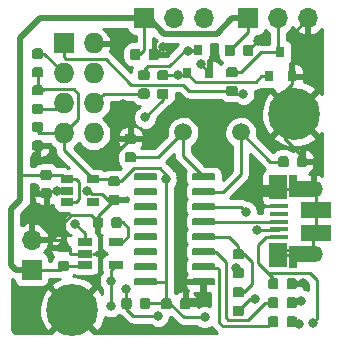
<source format=gbr>
G04 #@! TF.GenerationSoftware,KiCad,Pcbnew,(5.99.0-286-g11f0acefe)*
G04 #@! TF.CreationDate,2019-12-02T23:07:14-05:00*
G04 #@! TF.ProjectId,Controller,436f6e74-726f-46c6-9c65-722e6b696361,rev?*
G04 #@! TF.SameCoordinates,Original*
G04 #@! TF.FileFunction,Copper,L1,Top*
G04 #@! TF.FilePolarity,Positive*
%FSLAX46Y46*%
G04 Gerber Fmt 4.6, Leading zero omitted, Abs format (unit mm)*
G04 Created by KiCad (PCBNEW (5.99.0-286-g11f0acefe)) date 2019-12-02 23:07:14*
%MOMM*%
%LPD*%
G04 APERTURE LIST*
%ADD10C,4.400000*%
%ADD11O,1.727200X1.727200*%
%ADD12R,1.727200X1.727200*%
%ADD13C,1.500000*%
%ADD14R,1.220000X0.650000*%
%ADD15R,1.060000X0.650000*%
%ADD16R,0.800000X0.900000*%
%ADD17O,1.700000X1.700000*%
%ADD18R,1.700000X1.700000*%
%ADD19R,2.500000X1.430000*%
%ADD20O,1.700000X1.350000*%
%ADD21O,1.500000X1.100000*%
%ADD22R,1.650000X0.400000*%
%ADD23R,1.500000X2.000000*%
%ADD24R,0.700000X1.825000*%
%ADD25R,2.000000X1.350000*%
%ADD26C,0.800000*%
%ADD27C,0.500000*%
%ADD28C,0.250000*%
%ADD29C,0.160000*%
%ADD30C,0.200000*%
%ADD31C,0.254000*%
G04 APERTURE END LIST*
D10*
X150550000Y-49800000D03*
X131750000Y-66400000D03*
D11*
X133540000Y-51470000D03*
X131000000Y-51470000D03*
X133540000Y-48930000D03*
X131000000Y-48930000D03*
X133540000Y-46390000D03*
X131000000Y-46390000D03*
X133540000Y-43850000D03*
D12*
X131000000Y-43850000D03*
D13*
X141113750Y-51381250D03*
X145993750Y-51381250D03*
D14*
X135403751Y-60699999D03*
X135403751Y-62599999D03*
X132783751Y-62599999D03*
X132783751Y-61649999D03*
X132783751Y-60699999D03*
D15*
X133462500Y-55350000D03*
X133462500Y-57250000D03*
X131262500Y-57250000D03*
X131262500Y-56300000D03*
X131262500Y-55350000D03*
G04 #@! TA.AperFunction,SMDPad,CuDef*
G36*
X138801153Y-63737668D02*
G01*
X138849816Y-63770184D01*
X138882332Y-63818847D01*
X138893750Y-63876250D01*
X138893750Y-64176250D01*
X138882332Y-64233653D01*
X138849816Y-64282316D01*
X138801153Y-64314832D01*
X138743750Y-64326250D01*
X137093750Y-64326250D01*
X137036347Y-64314832D01*
X136987684Y-64282316D01*
X136955168Y-64233653D01*
X136943750Y-64176250D01*
X136943750Y-63876250D01*
X136955168Y-63818847D01*
X136987684Y-63770184D01*
X137036347Y-63737668D01*
X137093750Y-63726250D01*
X138743750Y-63726250D01*
X138801153Y-63737668D01*
G37*
G04 #@! TD.AperFunction*
G04 #@! TA.AperFunction,SMDPad,CuDef*
G36*
X138801153Y-62467668D02*
G01*
X138849816Y-62500184D01*
X138882332Y-62548847D01*
X138893750Y-62606250D01*
X138893750Y-62906250D01*
X138882332Y-62963653D01*
X138849816Y-63012316D01*
X138801153Y-63044832D01*
X138743750Y-63056250D01*
X137093750Y-63056250D01*
X137036347Y-63044832D01*
X136987684Y-63012316D01*
X136955168Y-62963653D01*
X136943750Y-62906250D01*
X136943750Y-62606250D01*
X136955168Y-62548847D01*
X136987684Y-62500184D01*
X137036347Y-62467668D01*
X137093750Y-62456250D01*
X138743750Y-62456250D01*
X138801153Y-62467668D01*
G37*
G04 #@! TD.AperFunction*
G04 #@! TA.AperFunction,SMDPad,CuDef*
G36*
X138801153Y-61197668D02*
G01*
X138849816Y-61230184D01*
X138882332Y-61278847D01*
X138893750Y-61336250D01*
X138893750Y-61636250D01*
X138882332Y-61693653D01*
X138849816Y-61742316D01*
X138801153Y-61774832D01*
X138743750Y-61786250D01*
X137093750Y-61786250D01*
X137036347Y-61774832D01*
X136987684Y-61742316D01*
X136955168Y-61693653D01*
X136943750Y-61636250D01*
X136943750Y-61336250D01*
X136955168Y-61278847D01*
X136987684Y-61230184D01*
X137036347Y-61197668D01*
X137093750Y-61186250D01*
X138743750Y-61186250D01*
X138801153Y-61197668D01*
G37*
G04 #@! TD.AperFunction*
G04 #@! TA.AperFunction,SMDPad,CuDef*
G36*
X138801153Y-59927668D02*
G01*
X138849816Y-59960184D01*
X138882332Y-60008847D01*
X138893750Y-60066250D01*
X138893750Y-60366250D01*
X138882332Y-60423653D01*
X138849816Y-60472316D01*
X138801153Y-60504832D01*
X138743750Y-60516250D01*
X137093750Y-60516250D01*
X137036347Y-60504832D01*
X136987684Y-60472316D01*
X136955168Y-60423653D01*
X136943750Y-60366250D01*
X136943750Y-60066250D01*
X136955168Y-60008847D01*
X136987684Y-59960184D01*
X137036347Y-59927668D01*
X137093750Y-59916250D01*
X138743750Y-59916250D01*
X138801153Y-59927668D01*
G37*
G04 #@! TD.AperFunction*
G04 #@! TA.AperFunction,SMDPad,CuDef*
G36*
X138801153Y-58657668D02*
G01*
X138849816Y-58690184D01*
X138882332Y-58738847D01*
X138893750Y-58796250D01*
X138893750Y-59096250D01*
X138882332Y-59153653D01*
X138849816Y-59202316D01*
X138801153Y-59234832D01*
X138743750Y-59246250D01*
X137093750Y-59246250D01*
X137036347Y-59234832D01*
X136987684Y-59202316D01*
X136955168Y-59153653D01*
X136943750Y-59096250D01*
X136943750Y-58796250D01*
X136955168Y-58738847D01*
X136987684Y-58690184D01*
X137036347Y-58657668D01*
X137093750Y-58646250D01*
X138743750Y-58646250D01*
X138801153Y-58657668D01*
G37*
G04 #@! TD.AperFunction*
G04 #@! TA.AperFunction,SMDPad,CuDef*
G36*
X138801153Y-57387668D02*
G01*
X138849816Y-57420184D01*
X138882332Y-57468847D01*
X138893750Y-57526250D01*
X138893750Y-57826250D01*
X138882332Y-57883653D01*
X138849816Y-57932316D01*
X138801153Y-57964832D01*
X138743750Y-57976250D01*
X137093750Y-57976250D01*
X137036347Y-57964832D01*
X136987684Y-57932316D01*
X136955168Y-57883653D01*
X136943750Y-57826250D01*
X136943750Y-57526250D01*
X136955168Y-57468847D01*
X136987684Y-57420184D01*
X137036347Y-57387668D01*
X137093750Y-57376250D01*
X138743750Y-57376250D01*
X138801153Y-57387668D01*
G37*
G04 #@! TD.AperFunction*
G04 #@! TA.AperFunction,SMDPad,CuDef*
G36*
X138801153Y-56117668D02*
G01*
X138849816Y-56150184D01*
X138882332Y-56198847D01*
X138893750Y-56256250D01*
X138893750Y-56556250D01*
X138882332Y-56613653D01*
X138849816Y-56662316D01*
X138801153Y-56694832D01*
X138743750Y-56706250D01*
X137093750Y-56706250D01*
X137036347Y-56694832D01*
X136987684Y-56662316D01*
X136955168Y-56613653D01*
X136943750Y-56556250D01*
X136943750Y-56256250D01*
X136955168Y-56198847D01*
X136987684Y-56150184D01*
X137036347Y-56117668D01*
X137093750Y-56106250D01*
X138743750Y-56106250D01*
X138801153Y-56117668D01*
G37*
G04 #@! TD.AperFunction*
G04 #@! TA.AperFunction,SMDPad,CuDef*
G36*
X138801153Y-54847668D02*
G01*
X138849816Y-54880184D01*
X138882332Y-54928847D01*
X138893750Y-54986250D01*
X138893750Y-55286250D01*
X138882332Y-55343653D01*
X138849816Y-55392316D01*
X138801153Y-55424832D01*
X138743750Y-55436250D01*
X137093750Y-55436250D01*
X137036347Y-55424832D01*
X136987684Y-55392316D01*
X136955168Y-55343653D01*
X136943750Y-55286250D01*
X136943750Y-54986250D01*
X136955168Y-54928847D01*
X136987684Y-54880184D01*
X137036347Y-54847668D01*
X137093750Y-54836250D01*
X138743750Y-54836250D01*
X138801153Y-54847668D01*
G37*
G04 #@! TD.AperFunction*
G04 #@! TA.AperFunction,SMDPad,CuDef*
G36*
X143751153Y-54847668D02*
G01*
X143799816Y-54880184D01*
X143832332Y-54928847D01*
X143843750Y-54986250D01*
X143843750Y-55286250D01*
X143832332Y-55343653D01*
X143799816Y-55392316D01*
X143751153Y-55424832D01*
X143693750Y-55436250D01*
X142043750Y-55436250D01*
X141986347Y-55424832D01*
X141937684Y-55392316D01*
X141905168Y-55343653D01*
X141893750Y-55286250D01*
X141893750Y-54986250D01*
X141905168Y-54928847D01*
X141937684Y-54880184D01*
X141986347Y-54847668D01*
X142043750Y-54836250D01*
X143693750Y-54836250D01*
X143751153Y-54847668D01*
G37*
G04 #@! TD.AperFunction*
G04 #@! TA.AperFunction,SMDPad,CuDef*
G36*
X143751153Y-56117668D02*
G01*
X143799816Y-56150184D01*
X143832332Y-56198847D01*
X143843750Y-56256250D01*
X143843750Y-56556250D01*
X143832332Y-56613653D01*
X143799816Y-56662316D01*
X143751153Y-56694832D01*
X143693750Y-56706250D01*
X142043750Y-56706250D01*
X141986347Y-56694832D01*
X141937684Y-56662316D01*
X141905168Y-56613653D01*
X141893750Y-56556250D01*
X141893750Y-56256250D01*
X141905168Y-56198847D01*
X141937684Y-56150184D01*
X141986347Y-56117668D01*
X142043750Y-56106250D01*
X143693750Y-56106250D01*
X143751153Y-56117668D01*
G37*
G04 #@! TD.AperFunction*
G04 #@! TA.AperFunction,SMDPad,CuDef*
G36*
X143751153Y-57387668D02*
G01*
X143799816Y-57420184D01*
X143832332Y-57468847D01*
X143843750Y-57526250D01*
X143843750Y-57826250D01*
X143832332Y-57883653D01*
X143799816Y-57932316D01*
X143751153Y-57964832D01*
X143693750Y-57976250D01*
X142043750Y-57976250D01*
X141986347Y-57964832D01*
X141937684Y-57932316D01*
X141905168Y-57883653D01*
X141893750Y-57826250D01*
X141893750Y-57526250D01*
X141905168Y-57468847D01*
X141937684Y-57420184D01*
X141986347Y-57387668D01*
X142043750Y-57376250D01*
X143693750Y-57376250D01*
X143751153Y-57387668D01*
G37*
G04 #@! TD.AperFunction*
G04 #@! TA.AperFunction,SMDPad,CuDef*
G36*
X143751153Y-58657668D02*
G01*
X143799816Y-58690184D01*
X143832332Y-58738847D01*
X143843750Y-58796250D01*
X143843750Y-59096250D01*
X143832332Y-59153653D01*
X143799816Y-59202316D01*
X143751153Y-59234832D01*
X143693750Y-59246250D01*
X142043750Y-59246250D01*
X141986347Y-59234832D01*
X141937684Y-59202316D01*
X141905168Y-59153653D01*
X141893750Y-59096250D01*
X141893750Y-58796250D01*
X141905168Y-58738847D01*
X141937684Y-58690184D01*
X141986347Y-58657668D01*
X142043750Y-58646250D01*
X143693750Y-58646250D01*
X143751153Y-58657668D01*
G37*
G04 #@! TD.AperFunction*
G04 #@! TA.AperFunction,SMDPad,CuDef*
G36*
X143751153Y-59927668D02*
G01*
X143799816Y-59960184D01*
X143832332Y-60008847D01*
X143843750Y-60066250D01*
X143843750Y-60366250D01*
X143832332Y-60423653D01*
X143799816Y-60472316D01*
X143751153Y-60504832D01*
X143693750Y-60516250D01*
X142043750Y-60516250D01*
X141986347Y-60504832D01*
X141937684Y-60472316D01*
X141905168Y-60423653D01*
X141893750Y-60366250D01*
X141893750Y-60066250D01*
X141905168Y-60008847D01*
X141937684Y-59960184D01*
X141986347Y-59927668D01*
X142043750Y-59916250D01*
X143693750Y-59916250D01*
X143751153Y-59927668D01*
G37*
G04 #@! TD.AperFunction*
G04 #@! TA.AperFunction,SMDPad,CuDef*
G36*
X143751153Y-61197668D02*
G01*
X143799816Y-61230184D01*
X143832332Y-61278847D01*
X143843750Y-61336250D01*
X143843750Y-61636250D01*
X143832332Y-61693653D01*
X143799816Y-61742316D01*
X143751153Y-61774832D01*
X143693750Y-61786250D01*
X142043750Y-61786250D01*
X141986347Y-61774832D01*
X141937684Y-61742316D01*
X141905168Y-61693653D01*
X141893750Y-61636250D01*
X141893750Y-61336250D01*
X141905168Y-61278847D01*
X141937684Y-61230184D01*
X141986347Y-61197668D01*
X142043750Y-61186250D01*
X143693750Y-61186250D01*
X143751153Y-61197668D01*
G37*
G04 #@! TD.AperFunction*
G04 #@! TA.AperFunction,SMDPad,CuDef*
G36*
X143751153Y-62467668D02*
G01*
X143799816Y-62500184D01*
X143832332Y-62548847D01*
X143843750Y-62606250D01*
X143843750Y-62906250D01*
X143832332Y-62963653D01*
X143799816Y-63012316D01*
X143751153Y-63044832D01*
X143693750Y-63056250D01*
X142043750Y-63056250D01*
X141986347Y-63044832D01*
X141937684Y-63012316D01*
X141905168Y-62963653D01*
X141893750Y-62906250D01*
X141893750Y-62606250D01*
X141905168Y-62548847D01*
X141937684Y-62500184D01*
X141986347Y-62467668D01*
X142043750Y-62456250D01*
X143693750Y-62456250D01*
X143751153Y-62467668D01*
G37*
G04 #@! TD.AperFunction*
G04 #@! TA.AperFunction,SMDPad,CuDef*
G36*
X143751153Y-63737668D02*
G01*
X143799816Y-63770184D01*
X143832332Y-63818847D01*
X143843750Y-63876250D01*
X143843750Y-64176250D01*
X143832332Y-64233653D01*
X143799816Y-64282316D01*
X143751153Y-64314832D01*
X143693750Y-64326250D01*
X142043750Y-64326250D01*
X141986347Y-64314832D01*
X141937684Y-64282316D01*
X141905168Y-64233653D01*
X141893750Y-64176250D01*
X141893750Y-63876250D01*
X141905168Y-63818847D01*
X141937684Y-63770184D01*
X141986347Y-63737668D01*
X142043750Y-63726250D01*
X143693750Y-63726250D01*
X143751153Y-63737668D01*
G37*
G04 #@! TD.AperFunction*
G04 #@! TA.AperFunction,SMDPad,CuDef*
G36*
X134208712Y-58541651D02*
G01*
X134279680Y-58589070D01*
X134327099Y-58660038D01*
X134343750Y-58743750D01*
X134343750Y-59256250D01*
X134327099Y-59339962D01*
X134279680Y-59410930D01*
X134208712Y-59458349D01*
X134125000Y-59475000D01*
X133687500Y-59475000D01*
X133603788Y-59458349D01*
X133532820Y-59410930D01*
X133485401Y-59339962D01*
X133468750Y-59256250D01*
X133468750Y-58743750D01*
X133485401Y-58660038D01*
X133532820Y-58589070D01*
X133603788Y-58541651D01*
X133687500Y-58525000D01*
X134125000Y-58525000D01*
X134208712Y-58541651D01*
G37*
G04 #@! TD.AperFunction*
G04 #@! TA.AperFunction,SMDPad,CuDef*
G36*
X135783712Y-58541651D02*
G01*
X135854680Y-58589070D01*
X135902099Y-58660038D01*
X135918750Y-58743750D01*
X135918750Y-59256250D01*
X135902099Y-59339962D01*
X135854680Y-59410930D01*
X135783712Y-59458349D01*
X135700000Y-59475000D01*
X135262500Y-59475000D01*
X135178788Y-59458349D01*
X135107820Y-59410930D01*
X135060401Y-59339962D01*
X135043750Y-59256250D01*
X135043750Y-58743750D01*
X135060401Y-58660038D01*
X135107820Y-58589070D01*
X135178788Y-58541651D01*
X135262500Y-58525000D01*
X135700000Y-58525000D01*
X135783712Y-58541651D01*
G37*
G04 #@! TD.AperFunction*
G04 #@! TA.AperFunction,SMDPad,CuDef*
G36*
X145589962Y-45854149D02*
G01*
X145660930Y-45901568D01*
X145708349Y-45972536D01*
X145725000Y-46056248D01*
X145725000Y-46493748D01*
X145708349Y-46577460D01*
X145660930Y-46648428D01*
X145589962Y-46695847D01*
X145506250Y-46712498D01*
X144993750Y-46712498D01*
X144910038Y-46695847D01*
X144839070Y-46648428D01*
X144791651Y-46577460D01*
X144775000Y-46493748D01*
X144775000Y-46056248D01*
X144791651Y-45972536D01*
X144839070Y-45901568D01*
X144910038Y-45854149D01*
X144993750Y-45837498D01*
X145506250Y-45837498D01*
X145589962Y-45854149D01*
G37*
G04 #@! TD.AperFunction*
G04 #@! TA.AperFunction,SMDPad,CuDef*
G36*
X145589962Y-47429149D02*
G01*
X145660930Y-47476568D01*
X145708349Y-47547536D01*
X145725000Y-47631248D01*
X145725000Y-48068748D01*
X145708349Y-48152460D01*
X145660930Y-48223428D01*
X145589962Y-48270847D01*
X145506250Y-48287498D01*
X144993750Y-48287498D01*
X144910038Y-48270847D01*
X144839070Y-48223428D01*
X144791651Y-48152460D01*
X144775000Y-48068748D01*
X144775000Y-47631248D01*
X144791651Y-47547536D01*
X144839070Y-47476568D01*
X144910038Y-47429149D01*
X144993750Y-47412498D01*
X145506250Y-47412498D01*
X145589962Y-47429149D01*
G37*
G04 #@! TD.AperFunction*
G04 #@! TA.AperFunction,SMDPad,CuDef*
G36*
X139739962Y-46104149D02*
G01*
X139810930Y-46151568D01*
X139858349Y-46222536D01*
X139875000Y-46306248D01*
X139875000Y-46743748D01*
X139858349Y-46827460D01*
X139810930Y-46898428D01*
X139739962Y-46945847D01*
X139656250Y-46962498D01*
X139143750Y-46962498D01*
X139060038Y-46945847D01*
X138989070Y-46898428D01*
X138941651Y-46827460D01*
X138925000Y-46743748D01*
X138925000Y-46306248D01*
X138941651Y-46222536D01*
X138989070Y-46151568D01*
X139060038Y-46104149D01*
X139143750Y-46087498D01*
X139656250Y-46087498D01*
X139739962Y-46104149D01*
G37*
G04 #@! TD.AperFunction*
G04 #@! TA.AperFunction,SMDPad,CuDef*
G36*
X139739962Y-47679149D02*
G01*
X139810930Y-47726568D01*
X139858349Y-47797536D01*
X139875000Y-47881248D01*
X139875000Y-48318748D01*
X139858349Y-48402460D01*
X139810930Y-48473428D01*
X139739962Y-48520847D01*
X139656250Y-48537498D01*
X139143750Y-48537498D01*
X139060038Y-48520847D01*
X138989070Y-48473428D01*
X138941651Y-48402460D01*
X138925000Y-48318748D01*
X138925000Y-47881248D01*
X138941651Y-47797536D01*
X138989070Y-47726568D01*
X139060038Y-47679149D01*
X139143750Y-47662498D01*
X139656250Y-47662498D01*
X139739962Y-47679149D01*
G37*
G04 #@! TD.AperFunction*
G04 #@! TA.AperFunction,SMDPad,CuDef*
G36*
X138139962Y-46091651D02*
G01*
X138210930Y-46139070D01*
X138258349Y-46210038D01*
X138275000Y-46293750D01*
X138275000Y-46731250D01*
X138258349Y-46814962D01*
X138210930Y-46885930D01*
X138139962Y-46933349D01*
X138056250Y-46950000D01*
X137543750Y-46950000D01*
X137460038Y-46933349D01*
X137389070Y-46885930D01*
X137341651Y-46814962D01*
X137325000Y-46731250D01*
X137325000Y-46293750D01*
X137341651Y-46210038D01*
X137389070Y-46139070D01*
X137460038Y-46091651D01*
X137543750Y-46075000D01*
X138056250Y-46075000D01*
X138139962Y-46091651D01*
G37*
G04 #@! TD.AperFunction*
G04 #@! TA.AperFunction,SMDPad,CuDef*
G36*
X138139962Y-47666651D02*
G01*
X138210930Y-47714070D01*
X138258349Y-47785038D01*
X138275000Y-47868750D01*
X138275000Y-48306250D01*
X138258349Y-48389962D01*
X138210930Y-48460930D01*
X138139962Y-48508349D01*
X138056250Y-48525000D01*
X137543750Y-48525000D01*
X137460038Y-48508349D01*
X137389070Y-48460930D01*
X137341651Y-48389962D01*
X137325000Y-48306250D01*
X137325000Y-47868750D01*
X137341651Y-47785038D01*
X137389070Y-47714070D01*
X137460038Y-47666651D01*
X137543750Y-47650000D01*
X138056250Y-47650000D01*
X138139962Y-47666651D01*
G37*
G04 #@! TD.AperFunction*
G04 #@! TA.AperFunction,SMDPad,CuDef*
G36*
X149046213Y-65322900D02*
G01*
X149117181Y-65370319D01*
X149164600Y-65441287D01*
X149181251Y-65524999D01*
X149181251Y-66037499D01*
X149164600Y-66121211D01*
X149117181Y-66192179D01*
X149046213Y-66239598D01*
X148962501Y-66256249D01*
X148525001Y-66256249D01*
X148441289Y-66239598D01*
X148370321Y-66192179D01*
X148322902Y-66121211D01*
X148306251Y-66037499D01*
X148306251Y-65524999D01*
X148322902Y-65441287D01*
X148370321Y-65370319D01*
X148441289Y-65322900D01*
X148525001Y-65306249D01*
X148962501Y-65306249D01*
X149046213Y-65322900D01*
G37*
G04 #@! TD.AperFunction*
G04 #@! TA.AperFunction,SMDPad,CuDef*
G36*
X150621213Y-65322900D02*
G01*
X150692181Y-65370319D01*
X150739600Y-65441287D01*
X150756251Y-65524999D01*
X150756251Y-66037499D01*
X150739600Y-66121211D01*
X150692181Y-66192179D01*
X150621213Y-66239598D01*
X150537501Y-66256249D01*
X150100001Y-66256249D01*
X150016289Y-66239598D01*
X149945321Y-66192179D01*
X149897902Y-66121211D01*
X149881251Y-66037499D01*
X149881251Y-65524999D01*
X149897902Y-65441287D01*
X149945321Y-65370319D01*
X150016289Y-65322900D01*
X150100001Y-65306249D01*
X150537501Y-65306249D01*
X150621213Y-65322900D01*
G37*
G04 #@! TD.AperFunction*
G04 #@! TA.AperFunction,SMDPad,CuDef*
G36*
X149046213Y-66922902D02*
G01*
X149117181Y-66970321D01*
X149164600Y-67041289D01*
X149181251Y-67125001D01*
X149181251Y-67637501D01*
X149164600Y-67721213D01*
X149117181Y-67792181D01*
X149046213Y-67839600D01*
X148962501Y-67856251D01*
X148525001Y-67856251D01*
X148441289Y-67839600D01*
X148370321Y-67792181D01*
X148322902Y-67721213D01*
X148306251Y-67637501D01*
X148306251Y-67125001D01*
X148322902Y-67041289D01*
X148370321Y-66970321D01*
X148441289Y-66922902D01*
X148525001Y-66906251D01*
X148962501Y-66906251D01*
X149046213Y-66922902D01*
G37*
G04 #@! TD.AperFunction*
G04 #@! TA.AperFunction,SMDPad,CuDef*
G36*
X150621213Y-66922902D02*
G01*
X150692181Y-66970321D01*
X150739600Y-67041289D01*
X150756251Y-67125001D01*
X150756251Y-67637501D01*
X150739600Y-67721213D01*
X150692181Y-67792181D01*
X150621213Y-67839600D01*
X150537501Y-67856251D01*
X150100001Y-67856251D01*
X150016289Y-67839600D01*
X149945321Y-67792181D01*
X149897902Y-67721213D01*
X149881251Y-67637501D01*
X149881251Y-67125001D01*
X149897902Y-67041289D01*
X149945321Y-66970321D01*
X150016289Y-66922902D01*
X150100001Y-66906251D01*
X150537501Y-66906251D01*
X150621213Y-66922902D01*
G37*
G04 #@! TD.AperFunction*
G04 #@! TA.AperFunction,SMDPad,CuDef*
G36*
X146133710Y-64485400D02*
G01*
X146204678Y-64532819D01*
X146252097Y-64603787D01*
X146268748Y-64687499D01*
X146268748Y-65124999D01*
X146252097Y-65208711D01*
X146204678Y-65279679D01*
X146133710Y-65327098D01*
X146049998Y-65343749D01*
X145537498Y-65343749D01*
X145453786Y-65327098D01*
X145382818Y-65279679D01*
X145335399Y-65208711D01*
X145318748Y-65124999D01*
X145318748Y-64687499D01*
X145335399Y-64603787D01*
X145382818Y-64532819D01*
X145453786Y-64485400D01*
X145537498Y-64468749D01*
X146049998Y-64468749D01*
X146133710Y-64485400D01*
G37*
G04 #@! TD.AperFunction*
G04 #@! TA.AperFunction,SMDPad,CuDef*
G36*
X146133710Y-66060400D02*
G01*
X146204678Y-66107819D01*
X146252097Y-66178787D01*
X146268748Y-66262499D01*
X146268748Y-66699999D01*
X146252097Y-66783711D01*
X146204678Y-66854679D01*
X146133710Y-66902098D01*
X146049998Y-66918749D01*
X145537498Y-66918749D01*
X145453786Y-66902098D01*
X145382818Y-66854679D01*
X145335399Y-66783711D01*
X145318748Y-66699999D01*
X145318748Y-66262499D01*
X145335399Y-66178787D01*
X145382818Y-66107819D01*
X145453786Y-66060400D01*
X145537498Y-66043749D01*
X146049998Y-66043749D01*
X146133710Y-66060400D01*
G37*
G04 #@! TD.AperFunction*
G04 #@! TA.AperFunction,SMDPad,CuDef*
G36*
X129139962Y-44291651D02*
G01*
X129210930Y-44339070D01*
X129258349Y-44410038D01*
X129275000Y-44493750D01*
X129275000Y-44931250D01*
X129258349Y-45014962D01*
X129210930Y-45085930D01*
X129139962Y-45133349D01*
X129056250Y-45150000D01*
X128543750Y-45150000D01*
X128460038Y-45133349D01*
X128389070Y-45085930D01*
X128341651Y-45014962D01*
X128325000Y-44931250D01*
X128325000Y-44493750D01*
X128341651Y-44410038D01*
X128389070Y-44339070D01*
X128460038Y-44291651D01*
X128543750Y-44275000D01*
X129056250Y-44275000D01*
X129139962Y-44291651D01*
G37*
G04 #@! TD.AperFunction*
G04 #@! TA.AperFunction,SMDPad,CuDef*
G36*
X129139962Y-45866651D02*
G01*
X129210930Y-45914070D01*
X129258349Y-45985038D01*
X129275000Y-46068750D01*
X129275000Y-46506250D01*
X129258349Y-46589962D01*
X129210930Y-46660930D01*
X129139962Y-46708349D01*
X129056250Y-46725000D01*
X128543750Y-46725000D01*
X128460038Y-46708349D01*
X128389070Y-46660930D01*
X128341651Y-46589962D01*
X128325000Y-46506250D01*
X128325000Y-46068750D01*
X128341651Y-45985038D01*
X128389070Y-45914070D01*
X128460038Y-45866651D01*
X128543750Y-45850000D01*
X129056250Y-45850000D01*
X129139962Y-45866651D01*
G37*
G04 #@! TD.AperFunction*
G04 #@! TA.AperFunction,SMDPad,CuDef*
G36*
X129139962Y-48966651D02*
G01*
X129210930Y-49014070D01*
X129258349Y-49085038D01*
X129275000Y-49168750D01*
X129275000Y-49606250D01*
X129258349Y-49689962D01*
X129210930Y-49760930D01*
X129139962Y-49808349D01*
X129056250Y-49825000D01*
X128543750Y-49825000D01*
X128460038Y-49808349D01*
X128389070Y-49760930D01*
X128341651Y-49689962D01*
X128325000Y-49606250D01*
X128325000Y-49168750D01*
X128341651Y-49085038D01*
X128389070Y-49014070D01*
X128460038Y-48966651D01*
X128543750Y-48950000D01*
X129056250Y-48950000D01*
X129139962Y-48966651D01*
G37*
G04 #@! TD.AperFunction*
G04 #@! TA.AperFunction,SMDPad,CuDef*
G36*
X129139962Y-47391651D02*
G01*
X129210930Y-47439070D01*
X129258349Y-47510038D01*
X129275000Y-47593750D01*
X129275000Y-48031250D01*
X129258349Y-48114962D01*
X129210930Y-48185930D01*
X129139962Y-48233349D01*
X129056250Y-48250000D01*
X128543750Y-48250000D01*
X128460038Y-48233349D01*
X128389070Y-48185930D01*
X128341651Y-48114962D01*
X128325000Y-48031250D01*
X128325000Y-47593750D01*
X128341651Y-47510038D01*
X128389070Y-47439070D01*
X128460038Y-47391651D01*
X128543750Y-47375000D01*
X129056250Y-47375000D01*
X129139962Y-47391651D01*
G37*
G04 #@! TD.AperFunction*
G04 #@! TA.AperFunction,SMDPad,CuDef*
G36*
X136627461Y-65391651D02*
G01*
X136698429Y-65439070D01*
X136745848Y-65510038D01*
X136762499Y-65593750D01*
X136762499Y-66106250D01*
X136745848Y-66189962D01*
X136698429Y-66260930D01*
X136627461Y-66308349D01*
X136543749Y-66325000D01*
X136106249Y-66325000D01*
X136022537Y-66308349D01*
X135951569Y-66260930D01*
X135904150Y-66189962D01*
X135887499Y-66106250D01*
X135887499Y-65593750D01*
X135904150Y-65510038D01*
X135951569Y-65439070D01*
X136022537Y-65391651D01*
X136106249Y-65375000D01*
X136543749Y-65375000D01*
X136627461Y-65391651D01*
G37*
G04 #@! TD.AperFunction*
G04 #@! TA.AperFunction,SMDPad,CuDef*
G36*
X138202461Y-65391651D02*
G01*
X138273429Y-65439070D01*
X138320848Y-65510038D01*
X138337499Y-65593750D01*
X138337499Y-66106250D01*
X138320848Y-66189962D01*
X138273429Y-66260930D01*
X138202461Y-66308349D01*
X138118749Y-66325000D01*
X137681249Y-66325000D01*
X137597537Y-66308349D01*
X137526569Y-66260930D01*
X137479150Y-66189962D01*
X137462499Y-66106250D01*
X137462499Y-65593750D01*
X137479150Y-65510038D01*
X137526569Y-65439070D01*
X137597537Y-65391651D01*
X137681249Y-65375000D01*
X138118749Y-65375000D01*
X138202461Y-65391651D01*
G37*
G04 #@! TD.AperFunction*
D16*
X149350000Y-44612498D03*
X150300000Y-46612498D03*
X148400000Y-46612498D03*
X142400001Y-44362498D03*
X143350001Y-46362498D03*
X141450001Y-46362498D03*
D17*
X151680001Y-41712497D03*
X149140001Y-41712497D03*
D18*
X146600001Y-41712497D03*
D17*
X142930001Y-41712498D03*
X140390001Y-41712498D03*
D18*
X137850001Y-41712498D03*
D19*
X152393750Y-57981251D03*
X152393750Y-59901251D03*
D20*
X152123750Y-56211251D03*
X152123750Y-61671251D03*
D21*
X149123750Y-56521251D03*
X149123750Y-61361251D03*
D22*
X149243750Y-57641251D03*
X149243750Y-58291251D03*
X149243750Y-58941251D03*
X149243750Y-59591251D03*
X149243750Y-60241251D03*
D23*
X149123750Y-56041251D03*
X149143750Y-61791251D03*
D24*
X150443750Y-55941251D03*
X150443750Y-61891251D03*
D25*
X151193750Y-61671251D03*
X151193750Y-56191251D03*
G04 #@! TA.AperFunction,SMDPad,CuDef*
G36*
X131333712Y-60679154D02*
G01*
X131404680Y-60726573D01*
X131452099Y-60797541D01*
X131468750Y-60881253D01*
X131468750Y-61318753D01*
X131452099Y-61402465D01*
X131404680Y-61473433D01*
X131333712Y-61520852D01*
X131250000Y-61537503D01*
X130737500Y-61537503D01*
X130653788Y-61520852D01*
X130582820Y-61473433D01*
X130535401Y-61402465D01*
X130518750Y-61318753D01*
X130518750Y-60881253D01*
X130535401Y-60797541D01*
X130582820Y-60726573D01*
X130653788Y-60679154D01*
X130737500Y-60662503D01*
X131250000Y-60662503D01*
X131333712Y-60679154D01*
G37*
G04 #@! TD.AperFunction*
G04 #@! TA.AperFunction,SMDPad,CuDef*
G36*
X131333712Y-62254154D02*
G01*
X131404680Y-62301573D01*
X131452099Y-62372541D01*
X131468750Y-62456253D01*
X131468750Y-62893753D01*
X131452099Y-62977465D01*
X131404680Y-63048433D01*
X131333712Y-63095852D01*
X131250000Y-63112503D01*
X130737500Y-63112503D01*
X130653788Y-63095852D01*
X130582820Y-63048433D01*
X130535401Y-62977465D01*
X130518750Y-62893753D01*
X130518750Y-62456253D01*
X130535401Y-62372541D01*
X130582820Y-62301573D01*
X130653788Y-62254154D01*
X130737500Y-62237503D01*
X131250000Y-62237503D01*
X131333712Y-62254154D01*
G37*
G04 #@! TD.AperFunction*
G04 #@! TA.AperFunction,SMDPad,CuDef*
G36*
X135602462Y-55091651D02*
G01*
X135673430Y-55139070D01*
X135720849Y-55210038D01*
X135737500Y-55293750D01*
X135737500Y-55731250D01*
X135720849Y-55814962D01*
X135673430Y-55885930D01*
X135602462Y-55933349D01*
X135518750Y-55950000D01*
X135006250Y-55950000D01*
X134922538Y-55933349D01*
X134851570Y-55885930D01*
X134804151Y-55814962D01*
X134787500Y-55731250D01*
X134787500Y-55293750D01*
X134804151Y-55210038D01*
X134851570Y-55139070D01*
X134922538Y-55091651D01*
X135006250Y-55075000D01*
X135518750Y-55075000D01*
X135602462Y-55091651D01*
G37*
G04 #@! TD.AperFunction*
G04 #@! TA.AperFunction,SMDPad,CuDef*
G36*
X135602462Y-56666651D02*
G01*
X135673430Y-56714070D01*
X135720849Y-56785038D01*
X135737500Y-56868750D01*
X135737500Y-57306250D01*
X135720849Y-57389962D01*
X135673430Y-57460930D01*
X135602462Y-57508349D01*
X135518750Y-57525000D01*
X135006250Y-57525000D01*
X134922538Y-57508349D01*
X134851570Y-57460930D01*
X134804151Y-57389962D01*
X134787500Y-57306250D01*
X134787500Y-56868750D01*
X134804151Y-56785038D01*
X134851570Y-56714070D01*
X134922538Y-56666651D01*
X135006250Y-56650000D01*
X135518750Y-56650000D01*
X135602462Y-56666651D01*
G37*
G04 #@! TD.AperFunction*
G04 #@! TA.AperFunction,SMDPad,CuDef*
G36*
X129852462Y-54541651D02*
G01*
X129923430Y-54589070D01*
X129970849Y-54660038D01*
X129987500Y-54743750D01*
X129987500Y-55181250D01*
X129970849Y-55264962D01*
X129923430Y-55335930D01*
X129852462Y-55383349D01*
X129768750Y-55400000D01*
X129256250Y-55400000D01*
X129172538Y-55383349D01*
X129101570Y-55335930D01*
X129054151Y-55264962D01*
X129037500Y-55181250D01*
X129037500Y-54743750D01*
X129054151Y-54660038D01*
X129101570Y-54589070D01*
X129172538Y-54541651D01*
X129256250Y-54525000D01*
X129768750Y-54525000D01*
X129852462Y-54541651D01*
G37*
G04 #@! TD.AperFunction*
G04 #@! TA.AperFunction,SMDPad,CuDef*
G36*
X129852462Y-56116651D02*
G01*
X129923430Y-56164070D01*
X129970849Y-56235038D01*
X129987500Y-56318750D01*
X129987500Y-56756250D01*
X129970849Y-56839962D01*
X129923430Y-56910930D01*
X129852462Y-56958349D01*
X129768750Y-56975000D01*
X129256250Y-56975000D01*
X129172538Y-56958349D01*
X129101570Y-56910930D01*
X129054151Y-56839962D01*
X129037500Y-56756250D01*
X129037500Y-56318750D01*
X129054151Y-56235038D01*
X129101570Y-56164070D01*
X129172538Y-56116651D01*
X129256250Y-56100000D01*
X129768750Y-56100000D01*
X129852462Y-56116651D01*
G37*
G04 #@! TD.AperFunction*
G04 #@! TA.AperFunction,SMDPad,CuDef*
G36*
X138939962Y-44304148D02*
G01*
X139010930Y-44351567D01*
X139058349Y-44422535D01*
X139075000Y-44506247D01*
X139075000Y-45018747D01*
X139058349Y-45102459D01*
X139010930Y-45173427D01*
X138939962Y-45220846D01*
X138856250Y-45237497D01*
X138418750Y-45237497D01*
X138335038Y-45220846D01*
X138264070Y-45173427D01*
X138216651Y-45102459D01*
X138200000Y-45018747D01*
X138200000Y-44506247D01*
X138216651Y-44422535D01*
X138264070Y-44351567D01*
X138335038Y-44304148D01*
X138418750Y-44287497D01*
X138856250Y-44287497D01*
X138939962Y-44304148D01*
G37*
G04 #@! TD.AperFunction*
G04 #@! TA.AperFunction,SMDPad,CuDef*
G36*
X137364962Y-44304148D02*
G01*
X137435930Y-44351567D01*
X137483349Y-44422535D01*
X137500000Y-44506247D01*
X137500000Y-45018747D01*
X137483349Y-45102459D01*
X137435930Y-45173427D01*
X137364962Y-45220846D01*
X137281250Y-45237497D01*
X136843750Y-45237497D01*
X136760038Y-45220846D01*
X136689070Y-45173427D01*
X136641651Y-45102459D01*
X136625000Y-45018747D01*
X136625000Y-44506247D01*
X136641651Y-44422535D01*
X136689070Y-44351567D01*
X136760038Y-44304148D01*
X136843750Y-44287497D01*
X137281250Y-44287497D01*
X137364962Y-44304148D01*
G37*
G04 #@! TD.AperFunction*
G04 #@! TA.AperFunction,SMDPad,CuDef*
G36*
X146939962Y-43954149D02*
G01*
X147010930Y-44001568D01*
X147058349Y-44072536D01*
X147075000Y-44156248D01*
X147075000Y-44668748D01*
X147058349Y-44752460D01*
X147010930Y-44823428D01*
X146939962Y-44870847D01*
X146856250Y-44887498D01*
X146418750Y-44887498D01*
X146335038Y-44870847D01*
X146264070Y-44823428D01*
X146216651Y-44752460D01*
X146200000Y-44668748D01*
X146200000Y-44156248D01*
X146216651Y-44072536D01*
X146264070Y-44001568D01*
X146335038Y-43954149D01*
X146418750Y-43937498D01*
X146856250Y-43937498D01*
X146939962Y-43954149D01*
G37*
G04 #@! TD.AperFunction*
G04 #@! TA.AperFunction,SMDPad,CuDef*
G36*
X145364962Y-43954149D02*
G01*
X145435930Y-44001568D01*
X145483349Y-44072536D01*
X145500000Y-44156248D01*
X145500000Y-44668748D01*
X145483349Y-44752460D01*
X145435930Y-44823428D01*
X145364962Y-44870847D01*
X145281250Y-44887498D01*
X144843750Y-44887498D01*
X144760038Y-44870847D01*
X144689070Y-44823428D01*
X144641651Y-44752460D01*
X144625000Y-44668748D01*
X144625000Y-44156248D01*
X144641651Y-44072536D01*
X144689070Y-44001568D01*
X144760038Y-43954149D01*
X144843750Y-43937498D01*
X145281250Y-43937498D01*
X145364962Y-43954149D01*
G37*
G04 #@! TD.AperFunction*
G04 #@! TA.AperFunction,SMDPad,CuDef*
G36*
X136989962Y-51491651D02*
G01*
X137060930Y-51539070D01*
X137108349Y-51610038D01*
X137125000Y-51693750D01*
X137125000Y-52131250D01*
X137108349Y-52214962D01*
X137060930Y-52285930D01*
X136989962Y-52333349D01*
X136906250Y-52350000D01*
X136393750Y-52350000D01*
X136310038Y-52333349D01*
X136239070Y-52285930D01*
X136191651Y-52214962D01*
X136175000Y-52131250D01*
X136175000Y-51693750D01*
X136191651Y-51610038D01*
X136239070Y-51539070D01*
X136310038Y-51491651D01*
X136393750Y-51475000D01*
X136906250Y-51475000D01*
X136989962Y-51491651D01*
G37*
G04 #@! TD.AperFunction*
G04 #@! TA.AperFunction,SMDPad,CuDef*
G36*
X136989962Y-53066651D02*
G01*
X137060930Y-53114070D01*
X137108349Y-53185038D01*
X137125000Y-53268750D01*
X137125000Y-53706250D01*
X137108349Y-53789962D01*
X137060930Y-53860930D01*
X136989962Y-53908349D01*
X136906250Y-53925000D01*
X136393750Y-53925000D01*
X136310038Y-53908349D01*
X136239070Y-53860930D01*
X136191651Y-53789962D01*
X136175000Y-53706250D01*
X136175000Y-53268750D01*
X136191651Y-53185038D01*
X136239070Y-53114070D01*
X136310038Y-53066651D01*
X136393750Y-53050000D01*
X136906250Y-53050000D01*
X136989962Y-53066651D01*
G37*
G04 #@! TD.AperFunction*
G04 #@! TA.AperFunction,SMDPad,CuDef*
G36*
X151489962Y-53391651D02*
G01*
X151560930Y-53439070D01*
X151608349Y-53510038D01*
X151625000Y-53593750D01*
X151625000Y-54106250D01*
X151608349Y-54189962D01*
X151560930Y-54260930D01*
X151489962Y-54308349D01*
X151406250Y-54325000D01*
X150968750Y-54325000D01*
X150885038Y-54308349D01*
X150814070Y-54260930D01*
X150766651Y-54189962D01*
X150750000Y-54106250D01*
X150750000Y-53593750D01*
X150766651Y-53510038D01*
X150814070Y-53439070D01*
X150885038Y-53391651D01*
X150968750Y-53375000D01*
X151406250Y-53375000D01*
X151489962Y-53391651D01*
G37*
G04 #@! TD.AperFunction*
G04 #@! TA.AperFunction,SMDPad,CuDef*
G36*
X149914962Y-53391651D02*
G01*
X149985930Y-53439070D01*
X150033349Y-53510038D01*
X150050000Y-53593750D01*
X150050000Y-54106250D01*
X150033349Y-54189962D01*
X149985930Y-54260930D01*
X149914962Y-54308349D01*
X149831250Y-54325000D01*
X149393750Y-54325000D01*
X149310038Y-54308349D01*
X149239070Y-54260930D01*
X149191651Y-54189962D01*
X149175000Y-54106250D01*
X149175000Y-53593750D01*
X149191651Y-53510038D01*
X149239070Y-53439070D01*
X149310038Y-53391651D01*
X149393750Y-53375000D01*
X149831250Y-53375000D01*
X149914962Y-53391651D01*
G37*
G04 #@! TD.AperFunction*
G04 #@! TA.AperFunction,SMDPad,CuDef*
G36*
X146133712Y-62847901D02*
G01*
X146204680Y-62895320D01*
X146252099Y-62966288D01*
X146268750Y-63050000D01*
X146268750Y-63487500D01*
X146252099Y-63571212D01*
X146204680Y-63642180D01*
X146133712Y-63689599D01*
X146050000Y-63706250D01*
X145537500Y-63706250D01*
X145453788Y-63689599D01*
X145382820Y-63642180D01*
X145335401Y-63571212D01*
X145318750Y-63487500D01*
X145318750Y-63050000D01*
X145335401Y-62966288D01*
X145382820Y-62895320D01*
X145453788Y-62847901D01*
X145537500Y-62831250D01*
X146050000Y-62831250D01*
X146133712Y-62847901D01*
G37*
G04 #@! TD.AperFunction*
G04 #@! TA.AperFunction,SMDPad,CuDef*
G36*
X146133712Y-61272901D02*
G01*
X146204680Y-61320320D01*
X146252099Y-61391288D01*
X146268750Y-61475000D01*
X146268750Y-61912500D01*
X146252099Y-61996212D01*
X146204680Y-62067180D01*
X146133712Y-62114599D01*
X146050000Y-62131250D01*
X145537500Y-62131250D01*
X145453788Y-62114599D01*
X145382820Y-62067180D01*
X145335401Y-61996212D01*
X145318750Y-61912500D01*
X145318750Y-61475000D01*
X145335401Y-61391288D01*
X145382820Y-61320320D01*
X145453788Y-61272901D01*
X145537500Y-61256250D01*
X146050000Y-61256250D01*
X146133712Y-61272901D01*
G37*
G04 #@! TD.AperFunction*
G04 #@! TA.AperFunction,SMDPad,CuDef*
G36*
X150621212Y-63722901D02*
G01*
X150692180Y-63770320D01*
X150739599Y-63841288D01*
X150756250Y-63925000D01*
X150756250Y-64437500D01*
X150739599Y-64521212D01*
X150692180Y-64592180D01*
X150621212Y-64639599D01*
X150537500Y-64656250D01*
X150100000Y-64656250D01*
X150016288Y-64639599D01*
X149945320Y-64592180D01*
X149897901Y-64521212D01*
X149881250Y-64437500D01*
X149881250Y-63925000D01*
X149897901Y-63841288D01*
X149945320Y-63770320D01*
X150016288Y-63722901D01*
X150100000Y-63706250D01*
X150537500Y-63706250D01*
X150621212Y-63722901D01*
G37*
G04 #@! TD.AperFunction*
G04 #@! TA.AperFunction,SMDPad,CuDef*
G36*
X149046212Y-63722901D02*
G01*
X149117180Y-63770320D01*
X149164599Y-63841288D01*
X149181250Y-63925000D01*
X149181250Y-64437500D01*
X149164599Y-64521212D01*
X149117180Y-64592180D01*
X149046212Y-64639599D01*
X148962500Y-64656250D01*
X148525000Y-64656250D01*
X148441288Y-64639599D01*
X148370320Y-64592180D01*
X148322901Y-64521212D01*
X148306250Y-64437500D01*
X148306250Y-63925000D01*
X148322901Y-63841288D01*
X148370320Y-63770320D01*
X148441288Y-63722901D01*
X148525000Y-63706250D01*
X148962500Y-63706250D01*
X149046212Y-63722901D01*
G37*
G04 #@! TD.AperFunction*
G04 #@! TA.AperFunction,SMDPad,CuDef*
G36*
X141583714Y-65422900D02*
G01*
X141654682Y-65470319D01*
X141702101Y-65541287D01*
X141718752Y-65624999D01*
X141718752Y-66137499D01*
X141702101Y-66221211D01*
X141654682Y-66292179D01*
X141583714Y-66339598D01*
X141500002Y-66356249D01*
X141062502Y-66356249D01*
X140978790Y-66339598D01*
X140907822Y-66292179D01*
X140860403Y-66221211D01*
X140843752Y-66137499D01*
X140843752Y-65624999D01*
X140860403Y-65541287D01*
X140907822Y-65470319D01*
X140978790Y-65422900D01*
X141062502Y-65406249D01*
X141500002Y-65406249D01*
X141583714Y-65422900D01*
G37*
G04 #@! TD.AperFunction*
G04 #@! TA.AperFunction,SMDPad,CuDef*
G36*
X140008714Y-65422900D02*
G01*
X140079682Y-65470319D01*
X140127101Y-65541287D01*
X140143752Y-65624999D01*
X140143752Y-66137499D01*
X140127101Y-66221211D01*
X140079682Y-66292179D01*
X140008714Y-66339598D01*
X139925002Y-66356249D01*
X139487502Y-66356249D01*
X139403790Y-66339598D01*
X139332822Y-66292179D01*
X139285403Y-66221211D01*
X139268752Y-66137499D01*
X139268752Y-65624999D01*
X139285403Y-65541287D01*
X139332822Y-65470319D01*
X139403790Y-65422900D01*
X139487502Y-65406249D01*
X139925002Y-65406249D01*
X140008714Y-65422900D01*
G37*
G04 #@! TD.AperFunction*
G04 #@! TA.AperFunction,SMDPad,CuDef*
G36*
X129139962Y-52066651D02*
G01*
X129210930Y-52114070D01*
X129258349Y-52185038D01*
X129275000Y-52268750D01*
X129275000Y-52706250D01*
X129258349Y-52789962D01*
X129210930Y-52860930D01*
X129139962Y-52908349D01*
X129056250Y-52925000D01*
X128543750Y-52925000D01*
X128460038Y-52908349D01*
X128389070Y-52860930D01*
X128341651Y-52789962D01*
X128325000Y-52706250D01*
X128325000Y-52268750D01*
X128341651Y-52185038D01*
X128389070Y-52114070D01*
X128460038Y-52066651D01*
X128543750Y-52050000D01*
X129056250Y-52050000D01*
X129139962Y-52066651D01*
G37*
G04 #@! TD.AperFunction*
G04 #@! TA.AperFunction,SMDPad,CuDef*
G36*
X129139962Y-50491651D02*
G01*
X129210930Y-50539070D01*
X129258349Y-50610038D01*
X129275000Y-50693750D01*
X129275000Y-51131250D01*
X129258349Y-51214962D01*
X129210930Y-51285930D01*
X129139962Y-51333349D01*
X129056250Y-51350000D01*
X128543750Y-51350000D01*
X128460038Y-51333349D01*
X128389070Y-51285930D01*
X128341651Y-51214962D01*
X128325000Y-51131250D01*
X128325000Y-50693750D01*
X128341651Y-50610038D01*
X128389070Y-50539070D01*
X128460038Y-50491651D01*
X128543750Y-50475000D01*
X129056250Y-50475000D01*
X129139962Y-50491651D01*
G37*
G04 #@! TD.AperFunction*
D17*
X128293750Y-60460000D03*
D18*
X128293750Y-63000000D03*
D26*
X141500000Y-44500000D03*
X141204662Y-49204662D03*
X136000000Y-49000000D03*
X145000000Y-53000000D03*
X142500000Y-53000000D03*
X140900000Y-59600000D03*
X135000000Y-66100000D03*
X152100000Y-67500000D03*
X139000000Y-66900000D03*
X150950000Y-67600000D03*
X152350000Y-53900000D03*
X147150000Y-56850000D03*
X143800000Y-49200000D03*
X139649998Y-55314452D03*
X139075010Y-51900000D03*
X140900000Y-55275000D03*
X133500000Y-53900000D03*
X151137340Y-65637340D03*
X151300000Y-64150000D03*
X146200000Y-48100000D03*
X136300000Y-64600000D03*
X135000000Y-63950000D03*
X131969193Y-59115011D03*
X128650000Y-53400000D03*
X128600000Y-56050000D03*
X140650000Y-46500000D03*
X137900000Y-50100000D03*
X147200000Y-65500000D03*
X142950000Y-67000000D03*
X130412500Y-56300000D03*
X133012500Y-56300000D03*
X147450001Y-43612499D03*
X142600001Y-45562498D03*
X139400001Y-44112498D03*
X142593750Y-65481250D03*
X145593749Y-62881248D03*
X147393750Y-59681248D03*
X146443750Y-58131251D03*
D27*
X139512499Y-43012499D02*
X138212498Y-41712498D01*
X138212498Y-41712498D02*
X137850001Y-41712498D01*
X145250001Y-41712497D02*
X143949999Y-43012499D01*
X146600001Y-41712497D02*
X145250001Y-41712497D01*
X143949999Y-43012499D02*
X139512499Y-43012499D01*
D28*
X141349999Y-44362497D02*
X141500000Y-44500000D01*
D29*
X141637502Y-44362498D02*
X141500000Y-44500000D01*
D28*
X141500000Y-44500000D02*
X142400001Y-44362499D01*
D29*
X142400001Y-44362498D02*
X141637502Y-44362498D01*
D28*
X141204662Y-49204662D02*
X141209325Y-49200000D01*
X135000000Y-65500000D02*
X135000000Y-63950000D01*
X135000000Y-65850000D02*
X135000000Y-65500000D01*
D30*
X135000000Y-66100000D02*
X135000000Y-65534315D01*
X135000000Y-65534315D02*
X135000000Y-65500000D01*
X152450000Y-67150000D02*
X152100000Y-67500000D01*
D28*
X139000000Y-66900000D02*
X136899999Y-66900000D01*
D30*
X150731251Y-67381251D02*
X150950000Y-67600000D01*
X150318751Y-67381251D02*
X150731251Y-67381251D01*
D28*
X152350000Y-53900000D02*
X151237500Y-53900000D01*
X151237500Y-53900000D02*
X151187500Y-53850000D01*
X147150000Y-57400000D02*
X147150000Y-56850000D01*
X147391251Y-57641251D02*
X147150000Y-57400000D01*
X149243750Y-57641251D02*
X147391251Y-57641251D01*
X151193750Y-56191251D02*
X149273750Y-56191251D01*
X149273750Y-56191251D02*
X149123750Y-56041251D01*
X149750000Y-52050000D02*
X149862500Y-52050000D01*
X149862500Y-52050000D02*
X151187500Y-53375000D01*
X151187500Y-53375000D02*
X151187500Y-53850000D01*
X149750000Y-47862498D02*
X149750000Y-52050000D01*
X150300000Y-46612498D02*
X150300000Y-47312498D01*
X150300000Y-47312498D02*
X149750000Y-47862498D01*
X141209325Y-49200000D02*
X143800000Y-49200000D01*
X139075010Y-51900000D02*
X139075010Y-51334315D01*
X139075010Y-51334315D02*
X141204662Y-49204662D01*
X139650000Y-56150000D02*
X139700000Y-64050000D01*
X139706252Y-54956252D02*
X139650000Y-56150000D01*
X139649998Y-55880137D02*
X139650000Y-55880139D01*
X139649998Y-55314452D02*
X139649998Y-55880137D01*
X139650000Y-55880139D02*
X139650000Y-56150000D01*
X136650000Y-51912500D02*
X139062510Y-51912500D01*
X139062510Y-51912500D02*
X139075010Y-51900000D01*
X133500000Y-53900000D02*
X134662500Y-53900000D01*
X134662500Y-53900000D02*
X136650000Y-51912500D01*
X133906250Y-59000000D02*
X133906250Y-58443750D01*
X133906250Y-58443750D02*
X135262500Y-57087500D01*
X151193750Y-56191251D02*
X149453750Y-56191251D01*
X149453750Y-56191251D02*
X149123750Y-56521251D01*
X151193750Y-56191251D02*
X150693750Y-56191251D01*
X150693750Y-56191251D02*
X150443750Y-55941251D01*
X152123750Y-56211251D02*
X151213750Y-56211251D01*
X151213750Y-56211251D02*
X151193750Y-56191251D01*
X152393750Y-57981251D02*
X152393750Y-56481251D01*
X152393750Y-56481251D02*
X152123750Y-56211251D01*
X152393750Y-59901251D02*
X152393750Y-57981251D01*
X152123750Y-61671251D02*
X152123750Y-60171251D01*
X152123750Y-60171251D02*
X152393750Y-59901251D01*
X149143750Y-61791251D02*
X150343750Y-61791251D01*
X150343750Y-61791251D02*
X150443750Y-61891251D01*
X149123750Y-61361251D02*
X151813750Y-61361251D01*
X151813750Y-61361251D02*
X152123750Y-61671251D01*
X152450000Y-63900000D02*
X152450000Y-67150000D01*
X151831250Y-63281250D02*
X152450000Y-63900000D01*
X148318750Y-63281250D02*
X148743752Y-63706251D01*
X147493751Y-62456250D02*
X148318750Y-63281250D01*
X148318750Y-63281250D02*
X151831250Y-63281250D01*
X139700000Y-64050000D02*
X139706252Y-65881249D01*
X137918750Y-64026250D02*
X139676250Y-64026250D01*
X139676250Y-64026250D02*
X139700000Y-64050000D01*
X135866484Y-55512500D02*
X136978984Y-54400000D01*
X135262500Y-55512500D02*
X135866484Y-55512500D01*
X139150000Y-54400000D02*
X139706252Y-54956252D01*
X136978984Y-54400000D02*
X139150000Y-54400000D01*
X150993431Y-65781249D02*
X151137340Y-65637340D01*
X150318751Y-65781249D02*
X150993431Y-65781249D01*
X151268750Y-64181250D02*
X151300000Y-64150000D01*
X150318750Y-64181250D02*
X151268750Y-64181250D01*
X146200000Y-48100000D02*
X145500002Y-48100000D01*
X145500002Y-48100000D02*
X145250000Y-47849998D01*
X136324999Y-64624999D02*
X136300000Y-64600000D01*
X136324999Y-65850000D02*
X136324999Y-64624999D01*
X135000000Y-63950000D02*
X135000000Y-63003750D01*
X135000000Y-63003750D02*
X135403751Y-62599999D01*
X132783751Y-60699999D02*
X132783751Y-59929569D01*
X130993751Y-59017449D02*
X130993751Y-61100002D01*
X133906252Y-59000001D02*
X133296260Y-58390009D01*
X131621191Y-58390009D02*
X130993751Y-59017449D01*
X133296260Y-58390009D02*
X131621191Y-58390009D01*
X132783751Y-59929569D02*
X131969193Y-59115011D01*
X133462500Y-55350000D02*
X135100000Y-55350000D01*
X135100000Y-55350000D02*
X135262500Y-55512500D01*
X131000000Y-51470000D02*
X131000000Y-52887500D01*
X131000000Y-52887500D02*
X133462500Y-55350000D01*
X128650000Y-53400000D02*
X128650000Y-52637500D01*
X128650000Y-52637500D02*
X128800000Y-52487500D01*
X128712490Y-56162490D02*
X128600000Y-56050000D01*
X128712490Y-56212490D02*
X128712490Y-56162490D01*
D27*
X127350000Y-54900000D02*
X127350000Y-43350000D01*
D28*
X127412500Y-54962500D02*
X127350000Y-54900000D01*
D27*
X127350000Y-57100000D02*
X127350000Y-54900000D01*
D28*
X129512500Y-54962500D02*
X127412500Y-54962500D01*
X128800000Y-52487500D02*
X128800000Y-52925000D01*
X128800000Y-52925000D02*
X128712490Y-53012510D01*
X128712490Y-56212490D02*
X129037500Y-56537500D01*
X129037500Y-56537500D02*
X129512500Y-56537500D01*
X132250000Y-48100000D02*
X132250000Y-50220000D01*
X132250000Y-50220000D02*
X131000000Y-51470000D01*
X131891399Y-47741399D02*
X132250000Y-48100000D01*
X129275000Y-47812500D02*
X129346101Y-47741399D01*
X128800000Y-47812500D02*
X129275000Y-47812500D01*
X129346101Y-47741399D02*
X131891399Y-47741399D01*
X128800000Y-49387500D02*
X130542500Y-49387500D01*
X130542500Y-49387500D02*
X131000000Y-48930000D01*
X131000000Y-51470000D02*
X128920000Y-51470000D01*
X128920000Y-51470000D02*
X128800000Y-51350000D01*
X128800000Y-51350000D02*
X128800000Y-50912500D01*
X128800000Y-46287500D02*
X128800000Y-47812500D01*
X131000000Y-46390000D02*
X129322500Y-44712500D01*
X129322500Y-44712500D02*
X128800000Y-44712500D01*
D27*
X127350000Y-43350000D02*
X128987502Y-41712498D01*
X128987502Y-41712498D02*
X137850001Y-41712498D01*
X126550000Y-57900000D02*
X127350000Y-57100000D01*
X126550000Y-62606250D02*
X126550000Y-57900000D01*
X128293750Y-63000000D02*
X126943750Y-63000000D01*
X126943750Y-63000000D02*
X126550000Y-62606250D01*
D28*
X140674998Y-46524998D02*
X140650000Y-46500000D01*
X141287500Y-46524998D02*
X140674998Y-46524998D01*
X149612500Y-53850000D02*
X148462500Y-53850000D01*
X148462500Y-53850000D02*
X145993750Y-51381250D01*
X137900000Y-50100000D02*
X139400000Y-48600000D01*
X139400000Y-48600000D02*
X139400000Y-48099998D01*
X147200000Y-65500000D02*
X146774997Y-65500000D01*
X146774997Y-65500000D02*
X145793748Y-66481249D01*
X136324999Y-66325000D02*
X136324999Y-65850000D01*
X140039768Y-65881249D02*
X141158519Y-67000000D01*
X136899999Y-66900000D02*
X136324999Y-66325000D01*
X141158519Y-67000000D02*
X142950000Y-67000000D01*
X139706252Y-65881249D02*
X140039768Y-65881249D01*
X144193750Y-63031252D02*
X144193750Y-67481252D01*
X144512487Y-67799989D02*
X148325011Y-67799989D01*
X148325011Y-67799989D02*
X148743750Y-67381250D01*
X144043750Y-62881250D02*
X144193750Y-63031252D01*
X143368750Y-62756248D02*
X143493748Y-62881250D01*
X144193750Y-67481252D02*
X144512487Y-67799989D01*
X143493748Y-62881250D02*
X144043750Y-62881250D01*
X142868750Y-62756253D02*
X143368750Y-62756248D01*
X131057500Y-57250000D02*
X131262500Y-57250000D01*
X136650000Y-53487500D02*
X139007500Y-53487500D01*
X139007500Y-53487500D02*
X141113750Y-51381250D01*
X141124990Y-47324990D02*
X141649998Y-47849998D01*
X141649998Y-47849998D02*
X145250000Y-47849998D01*
X134551399Y-45201399D02*
X136674990Y-47324990D01*
X136674990Y-47324990D02*
X141124990Y-47324990D01*
X131000000Y-44963600D02*
X131237799Y-45201399D01*
X131237799Y-45201399D02*
X134551399Y-45201399D01*
X131000000Y-43850000D02*
X131000000Y-44963600D01*
X137800000Y-48087500D02*
X134382500Y-48087500D01*
X134382500Y-48087500D02*
X133540000Y-48930000D01*
X137899999Y-65850000D02*
X139675003Y-65850000D01*
X139675003Y-65850000D02*
X139706252Y-65881249D01*
X133112500Y-56300000D02*
X133012500Y-56300000D01*
X133375000Y-56562500D02*
X133112500Y-56300000D01*
X134262500Y-56562500D02*
X133375000Y-56562500D01*
X135262500Y-57087500D02*
X134787500Y-57087500D01*
X134787500Y-57087500D02*
X134262500Y-56562500D01*
X131262500Y-56300000D02*
X129750000Y-56300000D01*
X129750000Y-56300000D02*
X129512500Y-56537500D01*
X131262500Y-57250000D02*
X132042500Y-57250000D01*
X132042500Y-57250000D02*
X132262500Y-57030000D01*
X132262500Y-57030000D02*
X132262500Y-55570000D01*
X132262500Y-55570000D02*
X132042500Y-55350000D01*
X132042500Y-55350000D02*
X131262500Y-55350000D01*
X129512500Y-54962500D02*
X130875000Y-54962500D01*
X130875000Y-54962500D02*
X131262500Y-55350000D01*
X146650000Y-44412498D02*
X147450001Y-43612499D01*
X146637501Y-44412497D02*
X146650000Y-44412498D01*
X143350000Y-45662498D02*
X143349999Y-46362498D01*
X142600001Y-45562498D02*
X142600001Y-45612497D01*
X142600001Y-45612497D02*
X143349999Y-46362498D01*
X138750001Y-44762498D02*
X139400001Y-44112498D01*
X138637500Y-44762497D02*
X138750001Y-44762498D01*
X148399999Y-46612498D02*
X147750000Y-46612497D01*
X147750000Y-46612497D02*
X147275010Y-47087488D01*
X147275010Y-47087488D02*
X144060011Y-47087487D01*
X144060011Y-47087487D02*
X144010000Y-47137498D01*
X144010000Y-47137498D02*
X142175001Y-47137499D01*
X141450000Y-46412498D02*
X141449999Y-46362498D01*
X142175001Y-47137499D02*
X141450000Y-46412498D01*
X139399999Y-46524999D02*
X141287500Y-46524998D01*
X141287500Y-46524998D02*
X141449999Y-46362498D01*
X139950010Y-45762488D02*
X141349999Y-44362497D01*
X137800000Y-46074998D02*
X138112510Y-45762488D01*
X138112510Y-45762488D02*
X139950010Y-45762488D01*
X137800000Y-46512498D02*
X137800000Y-46074998D01*
X137850001Y-41712498D02*
X137849999Y-44412499D01*
X137500000Y-44762499D02*
X137062500Y-44762498D01*
X137849999Y-44412499D02*
X137500000Y-44762499D01*
X150299999Y-46612499D02*
X150300001Y-43092498D01*
X150300001Y-43092498D02*
X151679999Y-41712498D01*
X146016484Y-46274997D02*
X147678983Y-44612498D01*
X145250001Y-46274998D02*
X146016484Y-46274997D01*
X147678983Y-44612498D02*
X149350001Y-44612497D01*
X146600001Y-41712497D02*
X146600000Y-42874998D01*
X146600000Y-42874998D02*
X145062500Y-44412498D01*
X149139999Y-41712498D02*
X149139999Y-44402499D01*
X149139999Y-44402499D02*
X149350001Y-44612497D01*
X136443749Y-59449997D02*
X135993751Y-59000000D01*
X135993751Y-59000000D02*
X135481250Y-59000000D01*
X136443749Y-60200002D02*
X136443749Y-59449997D01*
X135943750Y-60699998D02*
X136443749Y-60200002D01*
X135403750Y-60700001D02*
X135943750Y-60699998D01*
X128293748Y-60460000D02*
X130791249Y-60459998D01*
X130993752Y-60662502D02*
X130993751Y-61100002D01*
X130791249Y-60459998D02*
X130993752Y-60662502D01*
X131543748Y-61650001D02*
X131543750Y-61175000D01*
X131543750Y-61175000D02*
X131468750Y-61100000D01*
X131468750Y-61100000D02*
X130993751Y-61100002D01*
X132783750Y-61650000D02*
X131543748Y-61650001D01*
X130993751Y-62675002D02*
X132708748Y-62675004D01*
X132708748Y-62675004D02*
X132783750Y-62600000D01*
X128293750Y-63000000D02*
X130668755Y-63000000D01*
X130668755Y-63000000D02*
X130993751Y-62675002D01*
X141106248Y-51373748D02*
X141113750Y-51381250D01*
X142868750Y-55136247D02*
X141113750Y-53381250D01*
X141113750Y-53381250D02*
X141113750Y-51381250D01*
X144518749Y-56406249D02*
X145993749Y-54931249D01*
X145993749Y-54931249D02*
X145993750Y-51381250D01*
X142868750Y-56406253D02*
X144518749Y-56406249D01*
X139706249Y-65881249D02*
X139706250Y-65406249D01*
X138326251Y-64026252D02*
X137918751Y-64026250D01*
X142593750Y-65481250D02*
X142593748Y-64301249D01*
X142593748Y-64301249D02*
X142868753Y-64026250D01*
X142593750Y-65481250D02*
X141681248Y-65481249D01*
X141681248Y-65481249D02*
X141281249Y-65881249D01*
X145793750Y-63081250D02*
X145593749Y-62881248D01*
X145793750Y-63268750D02*
X145793750Y-63081250D01*
X146943750Y-64231249D02*
X146943749Y-62368749D01*
X146268749Y-61693749D02*
X145793750Y-61693750D01*
X146943749Y-62368749D02*
X146268749Y-61693749D01*
X145793751Y-64906247D02*
X146268750Y-64906247D01*
X146268750Y-64906247D02*
X146943750Y-64231249D01*
X144743751Y-62331251D02*
X144743752Y-67031249D01*
X144956259Y-67243759D02*
X146631241Y-67243759D01*
X146631241Y-67243759D02*
X148093749Y-65781251D01*
X143893748Y-61481251D02*
X144743751Y-62331251D01*
X148093749Y-65781251D02*
X148743750Y-65781248D01*
X143453750Y-61481252D02*
X143893748Y-61481251D01*
X142868749Y-61486252D02*
X143448748Y-61486250D01*
X143448748Y-61486250D02*
X143453750Y-61481252D01*
X144743752Y-67031249D02*
X144956259Y-67243759D01*
X145793750Y-61031251D02*
X144978752Y-60216252D01*
X144978752Y-60216252D02*
X142868749Y-60216249D01*
X145793750Y-61693750D02*
X145793750Y-61031251D01*
X147493750Y-60916250D02*
X147493751Y-62456250D01*
X148743752Y-63706251D02*
X148743751Y-64181251D01*
X149243751Y-60241251D02*
X148168750Y-60241249D01*
X148168750Y-60241249D02*
X147493750Y-60916250D01*
X147393750Y-59681248D02*
X149153751Y-59681250D01*
X149153751Y-59681250D02*
X149243752Y-59591248D01*
X145988749Y-57676252D02*
X146443750Y-58131251D01*
X142868751Y-57676251D02*
X145988749Y-57676252D01*
X149243752Y-58941251D02*
X142873751Y-58941248D01*
X142873751Y-58941248D02*
X142868751Y-58946252D01*
G36*
X134034250Y-60136424D02*
G01*
X134223135Y-60095334D01*
X134188795Y-60154813D01*
X134151914Y-60363975D01*
X134151914Y-61041587D01*
X134232546Y-61342511D01*
X134379936Y-61518164D01*
X134573565Y-61629955D01*
X134703576Y-61652880D01*
X134476240Y-61713794D01*
X134300586Y-61861184D01*
X134188795Y-62054813D01*
X134151914Y-62263975D01*
X134151914Y-62941587D01*
X134232546Y-63242511D01*
X134238316Y-63249388D01*
X134172594Y-63315109D01*
X134036466Y-63550891D01*
X133966000Y-63813872D01*
X133966000Y-64086128D01*
X134036466Y-64349109D01*
X134172594Y-64584891D01*
X134241001Y-64653297D01*
X134241000Y-65047649D01*
X134183650Y-64937715D01*
X133990350Y-64655935D01*
X133842772Y-64488248D01*
X131931019Y-66400000D01*
X133842449Y-68311429D01*
X133950207Y-68194442D01*
X134149848Y-67917122D01*
X134314730Y-67617823D01*
X134442460Y-67300884D01*
X134518994Y-67016251D01*
X134600891Y-67063534D01*
X134863872Y-67134000D01*
X135136128Y-67134000D01*
X135399109Y-67063534D01*
X135634891Y-66927406D01*
X135705068Y-66857228D01*
X135850051Y-66923439D01*
X135873656Y-66947045D01*
X135873658Y-66947046D01*
X136292412Y-67365801D01*
X136448309Y-67521698D01*
X136502195Y-67549154D01*
X136551123Y-67584703D01*
X136608647Y-67603394D01*
X136662533Y-67630850D01*
X136722266Y-67640311D01*
X136779785Y-67659000D01*
X138296704Y-67659000D01*
X138365109Y-67727406D01*
X138600891Y-67863534D01*
X138863872Y-67934000D01*
X139136128Y-67934000D01*
X139399109Y-67863534D01*
X139634891Y-67727406D01*
X139827406Y-67534891D01*
X139963534Y-67299109D01*
X140034000Y-67036128D01*
X140034000Y-66974220D01*
X140054822Y-66969690D01*
X140706829Y-67621698D01*
X140760715Y-67649154D01*
X140809644Y-67684703D01*
X140867161Y-67703391D01*
X140921051Y-67730850D01*
X140980794Y-67740312D01*
X141038305Y-67758999D01*
X141098269Y-67758999D01*
X141098275Y-67759000D01*
X142246704Y-67759000D01*
X142315109Y-67827406D01*
X142550891Y-67963534D01*
X142813872Y-68034000D01*
X143086128Y-68034000D01*
X143349109Y-67963534D01*
X143530067Y-67859058D01*
X143544599Y-67879058D01*
X143572053Y-67932942D01*
X143890440Y-68251328D01*
X143890442Y-68251332D01*
X144005111Y-68366000D01*
X133534980Y-68366000D01*
X131750000Y-66581019D01*
X129965020Y-68366000D01*
X127081659Y-68366000D01*
X127080909Y-68365804D01*
X127064984Y-68364087D01*
X126928114Y-68350184D01*
X126859170Y-68328579D01*
X126795975Y-68293549D01*
X126741118Y-68246531D01*
X126696836Y-68189443D01*
X126664934Y-68124608D01*
X126644736Y-68047066D01*
X126636651Y-67942008D01*
X126634000Y-67930101D01*
X126634000Y-66538693D01*
X128914212Y-66538693D01*
X128951413Y-66878371D01*
X129029152Y-67211120D01*
X129146304Y-67532119D01*
X129301170Y-67836720D01*
X129491509Y-68120509D01*
X129656726Y-68312254D01*
X131568981Y-66400000D01*
X129657531Y-64488551D01*
X129531125Y-64628695D01*
X129334396Y-64908092D01*
X129172658Y-65209101D01*
X129048254Y-65527360D01*
X128962986Y-65858259D01*
X128918088Y-66197006D01*
X128914212Y-66538693D01*
X126634000Y-66538693D01*
X126634000Y-63831220D01*
X126682994Y-63854222D01*
X126717756Y-63859418D01*
X126751974Y-63872245D01*
X126804474Y-63876147D01*
X126882545Y-64167512D01*
X127029935Y-64343165D01*
X127223564Y-64454956D01*
X127432726Y-64491837D01*
X129160338Y-64491837D01*
X129461262Y-64411205D01*
X129636915Y-64263815D01*
X129748706Y-64070186D01*
X129785587Y-63861024D01*
X129785587Y-63759000D01*
X130720917Y-63759000D01*
X130604263Y-63802267D01*
X130300478Y-63958727D01*
X130017689Y-64150549D01*
X129838025Y-64307005D01*
X131750000Y-66218981D01*
X133661541Y-64307439D01*
X133509663Y-64171881D01*
X133229240Y-63976617D01*
X132927388Y-63816458D01*
X132608482Y-63693722D01*
X132277140Y-63610188D01*
X131938164Y-63567065D01*
X131775400Y-63566070D01*
X131811926Y-63542597D01*
X131866458Y-63479664D01*
X131953565Y-63529955D01*
X132162727Y-63566836D01*
X133410339Y-63566836D01*
X133711263Y-63486204D01*
X133886916Y-63338814D01*
X133998707Y-63145185D01*
X134035588Y-62936023D01*
X134035588Y-62258411D01*
X134006621Y-62150304D01*
X134035588Y-61986023D01*
X134035588Y-61777999D01*
X133800922Y-61777999D01*
X133613937Y-61670043D01*
X133483926Y-61647118D01*
X133711263Y-61586204D01*
X133787780Y-61521999D01*
X134035588Y-61521999D01*
X134035588Y-61308411D01*
X134006621Y-61200304D01*
X134035588Y-61036023D01*
X134035588Y-60358411D01*
X133954956Y-60057488D01*
X133807566Y-59881835D01*
X133778250Y-59864909D01*
X133778250Y-58872000D01*
X134034250Y-58872000D01*
X134034250Y-60136424D01*
G37*
D31*
X134034250Y-60136424D02*
X134223135Y-60095334D01*
X134188795Y-60154813D01*
X134151914Y-60363975D01*
X134151914Y-61041587D01*
X134232546Y-61342511D01*
X134379936Y-61518164D01*
X134573565Y-61629955D01*
X134703576Y-61652880D01*
X134476240Y-61713794D01*
X134300586Y-61861184D01*
X134188795Y-62054813D01*
X134151914Y-62263975D01*
X134151914Y-62941587D01*
X134232546Y-63242511D01*
X134238316Y-63249388D01*
X134172594Y-63315109D01*
X134036466Y-63550891D01*
X133966000Y-63813872D01*
X133966000Y-64086128D01*
X134036466Y-64349109D01*
X134172594Y-64584891D01*
X134241001Y-64653297D01*
X134241000Y-65047649D01*
X134183650Y-64937715D01*
X133990350Y-64655935D01*
X133842772Y-64488248D01*
X131931019Y-66400000D01*
X133842449Y-68311429D01*
X133950207Y-68194442D01*
X134149848Y-67917122D01*
X134314730Y-67617823D01*
X134442460Y-67300884D01*
X134518994Y-67016251D01*
X134600891Y-67063534D01*
X134863872Y-67134000D01*
X135136128Y-67134000D01*
X135399109Y-67063534D01*
X135634891Y-66927406D01*
X135705068Y-66857228D01*
X135850051Y-66923439D01*
X135873656Y-66947045D01*
X135873658Y-66947046D01*
X136292412Y-67365801D01*
X136448309Y-67521698D01*
X136502195Y-67549154D01*
X136551123Y-67584703D01*
X136608647Y-67603394D01*
X136662533Y-67630850D01*
X136722266Y-67640311D01*
X136779785Y-67659000D01*
X138296704Y-67659000D01*
X138365109Y-67727406D01*
X138600891Y-67863534D01*
X138863872Y-67934000D01*
X139136128Y-67934000D01*
X139399109Y-67863534D01*
X139634891Y-67727406D01*
X139827406Y-67534891D01*
X139963534Y-67299109D01*
X140034000Y-67036128D01*
X140034000Y-66974220D01*
X140054822Y-66969690D01*
X140706829Y-67621698D01*
X140760715Y-67649154D01*
X140809644Y-67684703D01*
X140867161Y-67703391D01*
X140921051Y-67730850D01*
X140980794Y-67740312D01*
X141038305Y-67758999D01*
X141098269Y-67758999D01*
X141098275Y-67759000D01*
X142246704Y-67759000D01*
X142315109Y-67827406D01*
X142550891Y-67963534D01*
X142813872Y-68034000D01*
X143086128Y-68034000D01*
X143349109Y-67963534D01*
X143530067Y-67859058D01*
X143544599Y-67879058D01*
X143572053Y-67932942D01*
X143890440Y-68251328D01*
X143890442Y-68251332D01*
X144005111Y-68366000D01*
X133534980Y-68366000D01*
X131750000Y-66581019D01*
X129965020Y-68366000D01*
X127081659Y-68366000D01*
X127080909Y-68365804D01*
X127064984Y-68364087D01*
X126928114Y-68350184D01*
X126859170Y-68328579D01*
X126795975Y-68293549D01*
X126741118Y-68246531D01*
X126696836Y-68189443D01*
X126664934Y-68124608D01*
X126644736Y-68047066D01*
X126636651Y-67942008D01*
X126634000Y-67930101D01*
X126634000Y-66538693D01*
X128914212Y-66538693D01*
X128951413Y-66878371D01*
X129029152Y-67211120D01*
X129146304Y-67532119D01*
X129301170Y-67836720D01*
X129491509Y-68120509D01*
X129656726Y-68312254D01*
X131568981Y-66400000D01*
X129657531Y-64488551D01*
X129531125Y-64628695D01*
X129334396Y-64908092D01*
X129172658Y-65209101D01*
X129048254Y-65527360D01*
X128962986Y-65858259D01*
X128918088Y-66197006D01*
X128914212Y-66538693D01*
X126634000Y-66538693D01*
X126634000Y-63831220D01*
X126682994Y-63854222D01*
X126717756Y-63859418D01*
X126751974Y-63872245D01*
X126804474Y-63876147D01*
X126882545Y-64167512D01*
X127029935Y-64343165D01*
X127223564Y-64454956D01*
X127432726Y-64491837D01*
X129160338Y-64491837D01*
X129461262Y-64411205D01*
X129636915Y-64263815D01*
X129748706Y-64070186D01*
X129785587Y-63861024D01*
X129785587Y-63759000D01*
X130720917Y-63759000D01*
X130604263Y-63802267D01*
X130300478Y-63958727D01*
X130017689Y-64150549D01*
X129838025Y-64307005D01*
X131750000Y-66218981D01*
X133661541Y-64307439D01*
X133509663Y-64171881D01*
X133229240Y-63976617D01*
X132927388Y-63816458D01*
X132608482Y-63693722D01*
X132277140Y-63610188D01*
X131938164Y-63567065D01*
X131775400Y-63566070D01*
X131811926Y-63542597D01*
X131866458Y-63479664D01*
X131953565Y-63529955D01*
X132162727Y-63566836D01*
X133410339Y-63566836D01*
X133711263Y-63486204D01*
X133886916Y-63338814D01*
X133998707Y-63145185D01*
X134035588Y-62936023D01*
X134035588Y-62258411D01*
X134006621Y-62150304D01*
X134035588Y-61986023D01*
X134035588Y-61777999D01*
X133800922Y-61777999D01*
X133613937Y-61670043D01*
X133483926Y-61647118D01*
X133711263Y-61586204D01*
X133787780Y-61521999D01*
X134035588Y-61521999D01*
X134035588Y-61308411D01*
X134006621Y-61200304D01*
X134035588Y-61036023D01*
X134035588Y-60358411D01*
X133954956Y-60057488D01*
X133807566Y-59881835D01*
X133778250Y-59864909D01*
X133778250Y-58872000D01*
X134034250Y-58872000D01*
X134034250Y-60136424D01*
G36*
X140354750Y-53441493D02*
G01*
X140354751Y-53441499D01*
X140354751Y-53501463D01*
X140373438Y-53558974D01*
X140382900Y-53618717D01*
X140410359Y-53672607D01*
X140429047Y-53730124D01*
X140464596Y-53779053D01*
X140492052Y-53832939D01*
X140662407Y-54003295D01*
X140662409Y-54003296D01*
X141328621Y-54669507D01*
X141287813Y-54754245D01*
X141254012Y-54978502D01*
X141254012Y-55296371D01*
X141306188Y-55572126D01*
X141423598Y-55775487D01*
X141390356Y-55811313D01*
X141287813Y-56024245D01*
X141254012Y-56248502D01*
X141254012Y-56566371D01*
X141306188Y-56842126D01*
X141423598Y-57045487D01*
X141390356Y-57081313D01*
X141287813Y-57294245D01*
X141254012Y-57518502D01*
X141254012Y-57836371D01*
X141306188Y-58112126D01*
X141423598Y-58315487D01*
X141390356Y-58351313D01*
X141287813Y-58564245D01*
X141254012Y-58788502D01*
X141254012Y-59106371D01*
X141306188Y-59382126D01*
X141423598Y-59585487D01*
X141390356Y-59621313D01*
X141287813Y-59834245D01*
X141254012Y-60058502D01*
X141254012Y-60376371D01*
X141306188Y-60652126D01*
X141423598Y-60855487D01*
X141390356Y-60891313D01*
X141287813Y-61104245D01*
X141254012Y-61328502D01*
X141254012Y-61646371D01*
X141306188Y-61922126D01*
X141423598Y-62125487D01*
X141390356Y-62161313D01*
X141287813Y-62374245D01*
X141254012Y-62598502D01*
X141254012Y-62916371D01*
X141306188Y-63192126D01*
X141423598Y-63395487D01*
X141390356Y-63431313D01*
X141287813Y-63644246D01*
X141249529Y-63898250D01*
X142996750Y-63898250D01*
X142996750Y-64965988D01*
X143434750Y-64965988D01*
X143434751Y-66085911D01*
X143349109Y-66036466D01*
X143086128Y-65966000D01*
X142813872Y-65966000D01*
X142550891Y-66036466D01*
X142357414Y-66148169D01*
X142357976Y-66144262D01*
X142357976Y-66009249D01*
X141241156Y-66009249D01*
X141153252Y-65921346D01*
X141153252Y-64744825D01*
X140710747Y-64841087D01*
X140500576Y-64976155D01*
X140488980Y-64989537D01*
X140462132Y-64966273D01*
X140459360Y-64154250D01*
X141247933Y-64154250D01*
X141306188Y-64462126D01*
X141425564Y-64668893D01*
X141535829Y-64771203D01*
X141409252Y-64753004D01*
X141409252Y-65753249D01*
X142357976Y-65753249D01*
X142357976Y-65613702D01*
X142283914Y-65273245D01*
X142148846Y-65063073D01*
X142036804Y-64965988D01*
X142740750Y-64965988D01*
X142740750Y-64154250D01*
X141247933Y-64154250D01*
X140459360Y-64154250D01*
X140459195Y-64106025D01*
X140459362Y-64104927D01*
X140459000Y-64047768D01*
X140459000Y-63929784D01*
X140458238Y-63927440D01*
X140409112Y-56165466D01*
X140416423Y-56010323D01*
X140477404Y-55949343D01*
X140613532Y-55713561D01*
X140683998Y-55450580D01*
X140683998Y-55178324D01*
X140613532Y-54915343D01*
X140477404Y-54679561D01*
X140361986Y-54564144D01*
X140348521Y-54534326D01*
X140295737Y-54476322D01*
X140285183Y-54461795D01*
X140255581Y-54432194D01*
X140186704Y-54356504D01*
X140170850Y-54347462D01*
X139772046Y-53948659D01*
X139772045Y-53948657D01*
X139695887Y-53872499D01*
X140354750Y-53213636D01*
X140354750Y-53441493D01*
G37*
X140354750Y-53441493D02*
X140354751Y-53441499D01*
X140354751Y-53501463D01*
X140373438Y-53558974D01*
X140382900Y-53618717D01*
X140410359Y-53672607D01*
X140429047Y-53730124D01*
X140464596Y-53779053D01*
X140492052Y-53832939D01*
X140662407Y-54003295D01*
X140662409Y-54003296D01*
X141328621Y-54669507D01*
X141287813Y-54754245D01*
X141254012Y-54978502D01*
X141254012Y-55296371D01*
X141306188Y-55572126D01*
X141423598Y-55775487D01*
X141390356Y-55811313D01*
X141287813Y-56024245D01*
X141254012Y-56248502D01*
X141254012Y-56566371D01*
X141306188Y-56842126D01*
X141423598Y-57045487D01*
X141390356Y-57081313D01*
X141287813Y-57294245D01*
X141254012Y-57518502D01*
X141254012Y-57836371D01*
X141306188Y-58112126D01*
X141423598Y-58315487D01*
X141390356Y-58351313D01*
X141287813Y-58564245D01*
X141254012Y-58788502D01*
X141254012Y-59106371D01*
X141306188Y-59382126D01*
X141423598Y-59585487D01*
X141390356Y-59621313D01*
X141287813Y-59834245D01*
X141254012Y-60058502D01*
X141254012Y-60376371D01*
X141306188Y-60652126D01*
X141423598Y-60855487D01*
X141390356Y-60891313D01*
X141287813Y-61104245D01*
X141254012Y-61328502D01*
X141254012Y-61646371D01*
X141306188Y-61922126D01*
X141423598Y-62125487D01*
X141390356Y-62161313D01*
X141287813Y-62374245D01*
X141254012Y-62598502D01*
X141254012Y-62916371D01*
X141306188Y-63192126D01*
X141423598Y-63395487D01*
X141390356Y-63431313D01*
X141287813Y-63644246D01*
X141249529Y-63898250D01*
X142996750Y-63898250D01*
X142996750Y-64965988D01*
X143434750Y-64965988D01*
X143434751Y-66085911D01*
X143349109Y-66036466D01*
X143086128Y-65966000D01*
X142813872Y-65966000D01*
X142550891Y-66036466D01*
X142357414Y-66148169D01*
X142357976Y-66144262D01*
X142357976Y-66009249D01*
X141241156Y-66009249D01*
X141153252Y-65921346D01*
X141153252Y-64744825D01*
X140710747Y-64841087D01*
X140500576Y-64976155D01*
X140488980Y-64989537D01*
X140462132Y-64966273D01*
X140459360Y-64154250D01*
X141247933Y-64154250D01*
X141306188Y-64462126D01*
X141425564Y-64668893D01*
X141535829Y-64771203D01*
X141409252Y-64753004D01*
X141409252Y-65753249D01*
X142357976Y-65753249D01*
X142357976Y-65613702D01*
X142283914Y-65273245D01*
X142148846Y-65063073D01*
X142036804Y-64965988D01*
X142740750Y-64965988D01*
X142740750Y-64154250D01*
X141247933Y-64154250D01*
X140459360Y-64154250D01*
X140459195Y-64106025D01*
X140459362Y-64104927D01*
X140459000Y-64047768D01*
X140459000Y-63929784D01*
X140458238Y-63927440D01*
X140409112Y-56165466D01*
X140416423Y-56010323D01*
X140477404Y-55949343D01*
X140613532Y-55713561D01*
X140683998Y-55450580D01*
X140683998Y-55178324D01*
X140613532Y-54915343D01*
X140477404Y-54679561D01*
X140361986Y-54564144D01*
X140348521Y-54534326D01*
X140295737Y-54476322D01*
X140285183Y-54461795D01*
X140255581Y-54432194D01*
X140186704Y-54356504D01*
X140170850Y-54347462D01*
X139772046Y-53948659D01*
X139772045Y-53948657D01*
X139695887Y-53872499D01*
X140354750Y-53213636D01*
X140354750Y-53441493D01*
G36*
X151691000Y-64214387D02*
G01*
X151691000Y-64763036D01*
X151536449Y-64673806D01*
X151368925Y-64628918D01*
X151395474Y-64444263D01*
X151395474Y-64309250D01*
X150190750Y-64309250D01*
X150190750Y-64053250D01*
X151395474Y-64053250D01*
X151395474Y-64040250D01*
X151516863Y-64040250D01*
X151691000Y-64214387D01*
G37*
X151691000Y-64214387D02*
X151691000Y-64763036D01*
X151536449Y-64673806D01*
X151368925Y-64628918D01*
X151395474Y-64444263D01*
X151395474Y-64309250D01*
X150190750Y-64309250D01*
X150190750Y-64053250D01*
X151395474Y-64053250D01*
X151395474Y-64040250D01*
X151516863Y-64040250D01*
X151691000Y-64214387D01*
G36*
X128607406Y-55743176D02*
G01*
X128620788Y-55754772D01*
X128533743Y-55855227D01*
X128431878Y-56078281D01*
X128384255Y-56409500D01*
X129640500Y-56409500D01*
X129640500Y-57614224D01*
X129780047Y-57614224D01*
X130090663Y-57546654D01*
X130090663Y-57591588D01*
X130171295Y-57892512D01*
X130318685Y-58068165D01*
X130512314Y-58179956D01*
X130721476Y-58216837D01*
X131456876Y-58216837D01*
X131334302Y-58287605D01*
X131141787Y-58480120D01*
X131005659Y-58715902D01*
X130935193Y-58978883D01*
X130935193Y-59251139D01*
X131005659Y-59514120D01*
X131141787Y-59749902D01*
X131334302Y-59942417D01*
X131570084Y-60078545D01*
X131607102Y-60088464D01*
X131597196Y-60105622D01*
X131490469Y-60056881D01*
X131256763Y-60023279D01*
X131121750Y-60023279D01*
X131121750Y-61228003D01*
X129857326Y-61228003D01*
X129953588Y-61670508D01*
X130088656Y-61880679D01*
X130102038Y-61892275D01*
X130014993Y-61992730D01*
X129913128Y-62215784D01*
X129909502Y-62241000D01*
X129785587Y-62241000D01*
X129785587Y-62133412D01*
X129704955Y-61832489D01*
X129557565Y-61656835D01*
X129363936Y-61545044D01*
X129318166Y-61536973D01*
X129350557Y-61509455D01*
X129512271Y-61316391D01*
X129639143Y-61098840D01*
X129686691Y-60972003D01*
X129865505Y-60972003D01*
X130865750Y-60972003D01*
X130865750Y-60023279D01*
X130726203Y-60023279D01*
X130385746Y-60097341D01*
X130175574Y-60232409D01*
X130014993Y-60417730D01*
X129913128Y-60640784D01*
X129865505Y-60972003D01*
X129686691Y-60972003D01*
X129727546Y-60863022D01*
X129780258Y-60588000D01*
X128165750Y-60588000D01*
X128165750Y-60332000D01*
X128421750Y-60332000D01*
X129777315Y-60332000D01*
X129735672Y-60087094D01*
X129652227Y-59849476D01*
X129529938Y-59629315D01*
X129372304Y-59432907D01*
X129183830Y-59265866D01*
X128969906Y-59132969D01*
X128736649Y-59038016D01*
X128421750Y-58968492D01*
X128421750Y-60332000D01*
X128165750Y-60332000D01*
X128165750Y-58980590D01*
X127989181Y-59002112D01*
X127747897Y-59074272D01*
X127522220Y-59186053D01*
X127434000Y-59250267D01*
X127434000Y-58266163D01*
X127905052Y-57795111D01*
X127928821Y-57780114D01*
X127995137Y-57705026D01*
X128019913Y-57680251D01*
X128036140Y-57658599D01*
X128096443Y-57590321D01*
X128111754Y-57557707D01*
X128133361Y-57528878D01*
X128165338Y-57443576D01*
X128204222Y-57360756D01*
X128209418Y-57325994D01*
X128222245Y-57291776D01*
X128229875Y-57189115D01*
X128234000Y-57161513D01*
X128234000Y-57133605D01*
X128241011Y-57039258D01*
X128234000Y-57006414D01*
X128234000Y-56665500D01*
X128376076Y-56665500D01*
X128472338Y-57108005D01*
X128607406Y-57318176D01*
X128792727Y-57478757D01*
X129015781Y-57580622D01*
X129249487Y-57614224D01*
X129384500Y-57614224D01*
X129384500Y-56665500D01*
X128376076Y-56665500D01*
X128234000Y-56665500D01*
X128234000Y-55721500D01*
X128593476Y-55721500D01*
X128607406Y-55743176D01*
G37*
X128607406Y-55743176D02*
X128620788Y-55754772D01*
X128533743Y-55855227D01*
X128431878Y-56078281D01*
X128384255Y-56409500D01*
X129640500Y-56409500D01*
X129640500Y-57614224D01*
X129780047Y-57614224D01*
X130090663Y-57546654D01*
X130090663Y-57591588D01*
X130171295Y-57892512D01*
X130318685Y-58068165D01*
X130512314Y-58179956D01*
X130721476Y-58216837D01*
X131456876Y-58216837D01*
X131334302Y-58287605D01*
X131141787Y-58480120D01*
X131005659Y-58715902D01*
X130935193Y-58978883D01*
X130935193Y-59251139D01*
X131005659Y-59514120D01*
X131141787Y-59749902D01*
X131334302Y-59942417D01*
X131570084Y-60078545D01*
X131607102Y-60088464D01*
X131597196Y-60105622D01*
X131490469Y-60056881D01*
X131256763Y-60023279D01*
X131121750Y-60023279D01*
X131121750Y-61228003D01*
X129857326Y-61228003D01*
X129953588Y-61670508D01*
X130088656Y-61880679D01*
X130102038Y-61892275D01*
X130014993Y-61992730D01*
X129913128Y-62215784D01*
X129909502Y-62241000D01*
X129785587Y-62241000D01*
X129785587Y-62133412D01*
X129704955Y-61832489D01*
X129557565Y-61656835D01*
X129363936Y-61545044D01*
X129318166Y-61536973D01*
X129350557Y-61509455D01*
X129512271Y-61316391D01*
X129639143Y-61098840D01*
X129686691Y-60972003D01*
X129865505Y-60972003D01*
X130865750Y-60972003D01*
X130865750Y-60023279D01*
X130726203Y-60023279D01*
X130385746Y-60097341D01*
X130175574Y-60232409D01*
X130014993Y-60417730D01*
X129913128Y-60640784D01*
X129865505Y-60972003D01*
X129686691Y-60972003D01*
X129727546Y-60863022D01*
X129780258Y-60588000D01*
X128165750Y-60588000D01*
X128165750Y-60332000D01*
X128421750Y-60332000D01*
X129777315Y-60332000D01*
X129735672Y-60087094D01*
X129652227Y-59849476D01*
X129529938Y-59629315D01*
X129372304Y-59432907D01*
X129183830Y-59265866D01*
X128969906Y-59132969D01*
X128736649Y-59038016D01*
X128421750Y-58968492D01*
X128421750Y-60332000D01*
X128165750Y-60332000D01*
X128165750Y-58980590D01*
X127989181Y-59002112D01*
X127747897Y-59074272D01*
X127522220Y-59186053D01*
X127434000Y-59250267D01*
X127434000Y-58266163D01*
X127905052Y-57795111D01*
X127928821Y-57780114D01*
X127995137Y-57705026D01*
X128019913Y-57680251D01*
X128036140Y-57658599D01*
X128096443Y-57590321D01*
X128111754Y-57557707D01*
X128133361Y-57528878D01*
X128165338Y-57443576D01*
X128204222Y-57360756D01*
X128209418Y-57325994D01*
X128222245Y-57291776D01*
X128229875Y-57189115D01*
X128234000Y-57161513D01*
X128234000Y-57133605D01*
X128241011Y-57039258D01*
X128234000Y-57006414D01*
X128234000Y-56665500D01*
X128376076Y-56665500D01*
X128472338Y-57108005D01*
X128607406Y-57318176D01*
X128792727Y-57478757D01*
X129015781Y-57580622D01*
X129249487Y-57614224D01*
X129384500Y-57614224D01*
X129384500Y-56665500D01*
X128376076Y-56665500D01*
X128234000Y-56665500D01*
X128234000Y-55721500D01*
X128593476Y-55721500D01*
X128607406Y-55743176D01*
G36*
X147967362Y-54428251D02*
G01*
X147967369Y-54428257D01*
X148010810Y-54471698D01*
X148045266Y-54489254D01*
X147880585Y-54627436D01*
X147768794Y-54821065D01*
X147731913Y-55030227D01*
X147731913Y-55913251D01*
X149251750Y-55913251D01*
X149251750Y-56649251D01*
X147731913Y-56649251D01*
X147731913Y-57057839D01*
X147798655Y-57306924D01*
X147752752Y-57567251D01*
X148056900Y-57567251D01*
X147925586Y-57677436D01*
X147903753Y-57715251D01*
X147738707Y-57715251D01*
X147800563Y-57946103D01*
X147776913Y-58080228D01*
X147776913Y-58182251D01*
X147477750Y-58182251D01*
X147477750Y-57995123D01*
X147407284Y-57732142D01*
X147271156Y-57496360D01*
X147078641Y-57303845D01*
X146842859Y-57167717D01*
X146579878Y-57097251D01*
X146483134Y-57097251D01*
X146440439Y-57054555D01*
X146386550Y-57027097D01*
X146337621Y-56991548D01*
X146280103Y-56972859D01*
X146226217Y-56945403D01*
X146166480Y-56935942D01*
X146108960Y-56917252D01*
X145905112Y-56917253D01*
X145081132Y-56917253D01*
X146571999Y-55426386D01*
X146572002Y-55426382D01*
X146615445Y-55382939D01*
X146642900Y-55329057D01*
X146678452Y-55280124D01*
X146697142Y-55222603D01*
X146724598Y-55168717D01*
X146734059Y-55108980D01*
X146752748Y-55051463D01*
X146752748Y-54830992D01*
X146752749Y-53213636D01*
X147967362Y-54428251D01*
G37*
X147967362Y-54428251D02*
X147967369Y-54428257D01*
X148010810Y-54471698D01*
X148045266Y-54489254D01*
X147880585Y-54627436D01*
X147768794Y-54821065D01*
X147731913Y-55030227D01*
X147731913Y-55913251D01*
X149251750Y-55913251D01*
X149251750Y-56649251D01*
X147731913Y-56649251D01*
X147731913Y-57057839D01*
X147798655Y-57306924D01*
X147752752Y-57567251D01*
X148056900Y-57567251D01*
X147925586Y-57677436D01*
X147903753Y-57715251D01*
X147738707Y-57715251D01*
X147800563Y-57946103D01*
X147776913Y-58080228D01*
X147776913Y-58182251D01*
X147477750Y-58182251D01*
X147477750Y-57995123D01*
X147407284Y-57732142D01*
X147271156Y-57496360D01*
X147078641Y-57303845D01*
X146842859Y-57167717D01*
X146579878Y-57097251D01*
X146483134Y-57097251D01*
X146440439Y-57054555D01*
X146386550Y-57027097D01*
X146337621Y-56991548D01*
X146280103Y-56972859D01*
X146226217Y-56945403D01*
X146166480Y-56935942D01*
X146108960Y-56917252D01*
X145905112Y-56917253D01*
X145081132Y-56917253D01*
X146571999Y-55426386D01*
X146572002Y-55426382D01*
X146615445Y-55382939D01*
X146642900Y-55329057D01*
X146678452Y-55280124D01*
X146697142Y-55222603D01*
X146724598Y-55168717D01*
X146734059Y-55108980D01*
X146752748Y-55051463D01*
X146752748Y-54830992D01*
X146752749Y-53213636D01*
X147967362Y-54428251D01*
G36*
X136473598Y-57045487D02*
G01*
X136440356Y-57081313D01*
X136375735Y-57215500D01*
X135134500Y-57215500D01*
X135134500Y-56959500D01*
X136398924Y-56959500D01*
X136383791Y-56889936D01*
X136473598Y-57045487D01*
G37*
X136473598Y-57045487D02*
X136440356Y-57081313D01*
X136375735Y-57215500D01*
X135134500Y-57215500D01*
X135134500Y-56959500D01*
X136398924Y-56959500D01*
X136383791Y-56889936D01*
X136473598Y-57045487D01*
G36*
X151808001Y-43200139D02*
G01*
X152093023Y-43143445D01*
X152328217Y-43053398D01*
X152544878Y-42925009D01*
X152736808Y-42761952D01*
X152866002Y-42607713D01*
X152866002Y-48166215D01*
X152790350Y-48055935D01*
X152642772Y-47888248D01*
X150731019Y-49800000D01*
X152642449Y-51711429D01*
X152750207Y-51594442D01*
X152866002Y-51433592D01*
X152866001Y-55030484D01*
X152801825Y-54996720D01*
X152571275Y-54925132D01*
X152251750Y-54891549D01*
X152251750Y-56339251D01*
X151995750Y-56339251D01*
X151995750Y-54874414D01*
X151782509Y-54874414D01*
X151968176Y-54755094D01*
X152128757Y-54569773D01*
X152230622Y-54346719D01*
X152264224Y-54113013D01*
X152264224Y-53978000D01*
X151059500Y-53978000D01*
X151059500Y-53722000D01*
X151315500Y-53722000D01*
X152264224Y-53722000D01*
X152264224Y-53582453D01*
X152190162Y-53241996D01*
X152055094Y-53031824D01*
X151869773Y-52871243D01*
X151646719Y-52769378D01*
X151315500Y-52721755D01*
X151315500Y-53722000D01*
X151059500Y-53722000D01*
X151059500Y-52713576D01*
X150616995Y-52809838D01*
X150406824Y-52944906D01*
X150395228Y-52958288D01*
X150294773Y-52871243D01*
X150071719Y-52769378D01*
X149838013Y-52735776D01*
X149382453Y-52735776D01*
X149041996Y-52809838D01*
X148831824Y-52944906D01*
X148738499Y-53052610D01*
X147578320Y-51892431D01*
X148638589Y-51892431D01*
X148767102Y-52009571D01*
X149045465Y-52207759D01*
X149345623Y-52371071D01*
X149663225Y-52497140D01*
X149993674Y-52584140D01*
X150332181Y-52630810D01*
X150673843Y-52636476D01*
X151013711Y-52601054D01*
X151346862Y-52525058D01*
X151668471Y-52409588D01*
X151973878Y-52256319D01*
X152258659Y-52067468D01*
X152462586Y-51893606D01*
X150550000Y-49981019D01*
X148638589Y-51892431D01*
X147578320Y-51892431D01*
X147349231Y-51663343D01*
X147369852Y-51575424D01*
X147378129Y-51259362D01*
X147334084Y-51014576D01*
X147247969Y-50783018D01*
X147122209Y-50570369D01*
X146960779Y-50383352D01*
X146768784Y-50227878D01*
X146552291Y-50108859D01*
X146318142Y-50030059D01*
X146073740Y-49993969D01*
X145826810Y-50001729D01*
X145585156Y-50053094D01*
X145356417Y-50146441D01*
X145147824Y-50278818D01*
X144965970Y-50446042D01*
X144816602Y-50642827D01*
X144704443Y-50862952D01*
X144633036Y-51099460D01*
X144604642Y-51344875D01*
X144620154Y-51591440D01*
X144679084Y-51831361D01*
X144779569Y-52057054D01*
X144918434Y-52261386D01*
X145091287Y-52437899D01*
X145234750Y-52539853D01*
X145234749Y-54616862D01*
X144470333Y-55381279D01*
X144483488Y-55293998D01*
X144483488Y-54976129D01*
X144431312Y-54700374D01*
X144311936Y-54493607D01*
X144138687Y-54332856D01*
X143925755Y-54230313D01*
X143701498Y-54196512D01*
X143002402Y-54196512D01*
X141872750Y-53066863D01*
X141872750Y-52540626D01*
X142027229Y-52428390D01*
X142198224Y-52250078D01*
X142334941Y-52044303D01*
X142433057Y-51817569D01*
X142489852Y-51575424D01*
X142498129Y-51259362D01*
X142454084Y-51014576D01*
X142367969Y-50783018D01*
X142242209Y-50570369D01*
X142080779Y-50383352D01*
X141888784Y-50227878D01*
X141672291Y-50108859D01*
X141438142Y-50030059D01*
X141193740Y-49993969D01*
X140946810Y-50001729D01*
X140705156Y-50053094D01*
X140476417Y-50146441D01*
X140267824Y-50278818D01*
X140085970Y-50446042D01*
X139936602Y-50642827D01*
X139824443Y-50862952D01*
X139753036Y-51099460D01*
X139724642Y-51344875D01*
X139740154Y-51591440D01*
X139757905Y-51663708D01*
X138693114Y-52728500D01*
X137569024Y-52728500D01*
X137555094Y-52706824D01*
X137541712Y-52695228D01*
X137628757Y-52594773D01*
X137730622Y-52371719D01*
X137778245Y-52040500D01*
X135513576Y-52040500D01*
X135609838Y-52483005D01*
X135744906Y-52693176D01*
X135758288Y-52704772D01*
X135671243Y-52805227D01*
X135569378Y-53028281D01*
X135535776Y-53261987D01*
X135535776Y-53717547D01*
X135609838Y-54058004D01*
X135744906Y-54268176D01*
X135901624Y-54403973D01*
X135812079Y-54493518D01*
X135759219Y-54469378D01*
X135525513Y-54435776D01*
X134994953Y-54435776D01*
X134654496Y-54509838D01*
X134528204Y-54591000D01*
X134455959Y-54591000D01*
X134406315Y-54531836D01*
X134212686Y-54420044D01*
X134003524Y-54383163D01*
X133569050Y-54383163D01*
X131876430Y-52690544D01*
X132066493Y-52529074D01*
X132229688Y-52334240D01*
X132270198Y-52264776D01*
X132358848Y-52399475D01*
X132532341Y-52585199D01*
X132734646Y-52739035D01*
X132959979Y-52856585D01*
X133201896Y-52934490D01*
X133453481Y-52970519D01*
X133707540Y-52963645D01*
X133956807Y-52914062D01*
X134194157Y-52823190D01*
X134412803Y-52693625D01*
X134606493Y-52529074D01*
X134769688Y-52334240D01*
X134897723Y-52114695D01*
X134986937Y-51876715D01*
X135004611Y-51784500D01*
X135521755Y-51784500D01*
X136522000Y-51784500D01*
X136522000Y-50835776D01*
X136382453Y-50835776D01*
X136041996Y-50909838D01*
X135831824Y-51044906D01*
X135671243Y-51230227D01*
X135569378Y-51453281D01*
X135521755Y-51784500D01*
X135004611Y-51784500D01*
X135034893Y-51626509D01*
X135037842Y-51344832D01*
X134995137Y-51093676D01*
X134910927Y-50853881D01*
X134787518Y-50631703D01*
X134628438Y-50433494D01*
X134438237Y-50264922D01*
X134334129Y-50200246D01*
X134412803Y-50153625D01*
X134606493Y-49989074D01*
X134769688Y-49794240D01*
X134897723Y-49574695D01*
X134986937Y-49336715D01*
X135034893Y-49086509D01*
X135037406Y-48846500D01*
X136880976Y-48846500D01*
X136894906Y-48868176D01*
X137080227Y-49028757D01*
X137303281Y-49130622D01*
X137469595Y-49154534D01*
X137265109Y-49272594D01*
X137072594Y-49465109D01*
X136936466Y-49700891D01*
X136866000Y-49963872D01*
X136866000Y-50236128D01*
X136936466Y-50499109D01*
X137072594Y-50734891D01*
X137257818Y-50920115D01*
X137146719Y-50869378D01*
X136913013Y-50835776D01*
X136778000Y-50835776D01*
X136778000Y-51784500D01*
X137786424Y-51784500D01*
X137690162Y-51341995D01*
X137555094Y-51131824D01*
X137427149Y-51020959D01*
X137500891Y-51063534D01*
X137763872Y-51134000D01*
X138036128Y-51134000D01*
X138299109Y-51063534D01*
X138534891Y-50927406D01*
X138727406Y-50734891D01*
X138863534Y-50499109D01*
X138934000Y-50236128D01*
X138934000Y-50139386D01*
X139134693Y-49938693D01*
X147714212Y-49938693D01*
X147751413Y-50278371D01*
X147829152Y-50611120D01*
X147946304Y-50932119D01*
X148101170Y-51236720D01*
X148291509Y-51520509D01*
X148456726Y-51712254D01*
X150368981Y-49800000D01*
X148457531Y-47888551D01*
X148331125Y-48028695D01*
X148134396Y-48308092D01*
X147972658Y-48609101D01*
X147848254Y-48927360D01*
X147762986Y-49258259D01*
X147718088Y-49597006D01*
X147714212Y-49938693D01*
X139134693Y-49938693D01*
X139960363Y-49113024D01*
X140008005Y-49102660D01*
X140218176Y-48967592D01*
X140378757Y-48782271D01*
X140480622Y-48559217D01*
X140514224Y-48325511D01*
X140514224Y-48083990D01*
X140810603Y-48083990D01*
X141042411Y-48315799D01*
X141198308Y-48471696D01*
X141252194Y-48499152D01*
X141301123Y-48534701D01*
X141358640Y-48553389D01*
X141412530Y-48580848D01*
X141472273Y-48590310D01*
X141529784Y-48608997D01*
X141589748Y-48608997D01*
X141589754Y-48608998D01*
X144330976Y-48608998D01*
X144344906Y-48630674D01*
X144530227Y-48791255D01*
X144753281Y-48893120D01*
X144986987Y-48926722D01*
X145517548Y-48926722D01*
X145556049Y-48918346D01*
X145565109Y-48927406D01*
X145800891Y-49063534D01*
X146063872Y-49134000D01*
X146336128Y-49134000D01*
X146599109Y-49063534D01*
X146834891Y-48927406D01*
X147027406Y-48734891D01*
X147163534Y-48499109D01*
X147234000Y-48236128D01*
X147234000Y-47963872D01*
X147202547Y-47846488D01*
X147335253Y-47846488D01*
X147335259Y-47846487D01*
X147395223Y-47846487D01*
X147452734Y-47827800D01*
X147512477Y-47818338D01*
X147566367Y-47790879D01*
X147623884Y-47772191D01*
X147672813Y-47736642D01*
X147726699Y-47709186D01*
X147772597Y-47663287D01*
X147779814Y-47667454D01*
X147988976Y-47704335D01*
X148641091Y-47704335D01*
X148638025Y-47707005D01*
X150550000Y-49618981D01*
X152461541Y-47707439D01*
X152309663Y-47571881D01*
X152029240Y-47376617D01*
X151727388Y-47216458D01*
X151408482Y-47093722D01*
X151341263Y-47076776D01*
X151341837Y-47073521D01*
X151341837Y-46740498D01*
X150172000Y-46740498D01*
X150172000Y-45536027D01*
X150190312Y-45520661D01*
X150428000Y-45520661D01*
X150428000Y-46484498D01*
X151341837Y-46484498D01*
X151341837Y-46145910D01*
X151261205Y-45844987D01*
X151113815Y-45669333D01*
X150920186Y-45557542D01*
X150711024Y-45520661D01*
X150428000Y-45520661D01*
X150190312Y-45520661D01*
X150243165Y-45476313D01*
X150354956Y-45282684D01*
X150391837Y-45073522D01*
X150391837Y-44145910D01*
X150311205Y-43844987D01*
X150163815Y-43669333D01*
X149970186Y-43557542D01*
X149898999Y-43544990D01*
X149898999Y-42987751D01*
X150004878Y-42925009D01*
X150196808Y-42761952D01*
X150358522Y-42568888D01*
X150409502Y-42481472D01*
X150509576Y-42633530D01*
X150681494Y-42817568D01*
X150881961Y-42970007D01*
X151105247Y-43086489D01*
X151344967Y-43163687D01*
X151552001Y-43193336D01*
X151552001Y-41584497D01*
X151808001Y-41584497D01*
X151808001Y-43200139D01*
G37*
X151808001Y-43200139D02*
X152093023Y-43143445D01*
X152328217Y-43053398D01*
X152544878Y-42925009D01*
X152736808Y-42761952D01*
X152866002Y-42607713D01*
X152866002Y-48166215D01*
X152790350Y-48055935D01*
X152642772Y-47888248D01*
X150731019Y-49800000D01*
X152642449Y-51711429D01*
X152750207Y-51594442D01*
X152866002Y-51433592D01*
X152866001Y-55030484D01*
X152801825Y-54996720D01*
X152571275Y-54925132D01*
X152251750Y-54891549D01*
X152251750Y-56339251D01*
X151995750Y-56339251D01*
X151995750Y-54874414D01*
X151782509Y-54874414D01*
X151968176Y-54755094D01*
X152128757Y-54569773D01*
X152230622Y-54346719D01*
X152264224Y-54113013D01*
X152264224Y-53978000D01*
X151059500Y-53978000D01*
X151059500Y-53722000D01*
X151315500Y-53722000D01*
X152264224Y-53722000D01*
X152264224Y-53582453D01*
X152190162Y-53241996D01*
X152055094Y-53031824D01*
X151869773Y-52871243D01*
X151646719Y-52769378D01*
X151315500Y-52721755D01*
X151315500Y-53722000D01*
X151059500Y-53722000D01*
X151059500Y-52713576D01*
X150616995Y-52809838D01*
X150406824Y-52944906D01*
X150395228Y-52958288D01*
X150294773Y-52871243D01*
X150071719Y-52769378D01*
X149838013Y-52735776D01*
X149382453Y-52735776D01*
X149041996Y-52809838D01*
X148831824Y-52944906D01*
X148738499Y-53052610D01*
X147578320Y-51892431D01*
X148638589Y-51892431D01*
X148767102Y-52009571D01*
X149045465Y-52207759D01*
X149345623Y-52371071D01*
X149663225Y-52497140D01*
X149993674Y-52584140D01*
X150332181Y-52630810D01*
X150673843Y-52636476D01*
X151013711Y-52601054D01*
X151346862Y-52525058D01*
X151668471Y-52409588D01*
X151973878Y-52256319D01*
X152258659Y-52067468D01*
X152462586Y-51893606D01*
X150550000Y-49981019D01*
X148638589Y-51892431D01*
X147578320Y-51892431D01*
X147349231Y-51663343D01*
X147369852Y-51575424D01*
X147378129Y-51259362D01*
X147334084Y-51014576D01*
X147247969Y-50783018D01*
X147122209Y-50570369D01*
X146960779Y-50383352D01*
X146768784Y-50227878D01*
X146552291Y-50108859D01*
X146318142Y-50030059D01*
X146073740Y-49993969D01*
X145826810Y-50001729D01*
X145585156Y-50053094D01*
X145356417Y-50146441D01*
X145147824Y-50278818D01*
X144965970Y-50446042D01*
X144816602Y-50642827D01*
X144704443Y-50862952D01*
X144633036Y-51099460D01*
X144604642Y-51344875D01*
X144620154Y-51591440D01*
X144679084Y-51831361D01*
X144779569Y-52057054D01*
X144918434Y-52261386D01*
X145091287Y-52437899D01*
X145234750Y-52539853D01*
X145234749Y-54616862D01*
X144470333Y-55381279D01*
X144483488Y-55293998D01*
X144483488Y-54976129D01*
X144431312Y-54700374D01*
X144311936Y-54493607D01*
X144138687Y-54332856D01*
X143925755Y-54230313D01*
X143701498Y-54196512D01*
X143002402Y-54196512D01*
X141872750Y-53066863D01*
X141872750Y-52540626D01*
X142027229Y-52428390D01*
X142198224Y-52250078D01*
X142334941Y-52044303D01*
X142433057Y-51817569D01*
X142489852Y-51575424D01*
X142498129Y-51259362D01*
X142454084Y-51014576D01*
X142367969Y-50783018D01*
X142242209Y-50570369D01*
X142080779Y-50383352D01*
X141888784Y-50227878D01*
X141672291Y-50108859D01*
X141438142Y-50030059D01*
X141193740Y-49993969D01*
X140946810Y-50001729D01*
X140705156Y-50053094D01*
X140476417Y-50146441D01*
X140267824Y-50278818D01*
X140085970Y-50446042D01*
X139936602Y-50642827D01*
X139824443Y-50862952D01*
X139753036Y-51099460D01*
X139724642Y-51344875D01*
X139740154Y-51591440D01*
X139757905Y-51663708D01*
X138693114Y-52728500D01*
X137569024Y-52728500D01*
X137555094Y-52706824D01*
X137541712Y-52695228D01*
X137628757Y-52594773D01*
X137730622Y-52371719D01*
X137778245Y-52040500D01*
X135513576Y-52040500D01*
X135609838Y-52483005D01*
X135744906Y-52693176D01*
X135758288Y-52704772D01*
X135671243Y-52805227D01*
X135569378Y-53028281D01*
X135535776Y-53261987D01*
X135535776Y-53717547D01*
X135609838Y-54058004D01*
X135744906Y-54268176D01*
X135901624Y-54403973D01*
X135812079Y-54493518D01*
X135759219Y-54469378D01*
X135525513Y-54435776D01*
X134994953Y-54435776D01*
X134654496Y-54509838D01*
X134528204Y-54591000D01*
X134455959Y-54591000D01*
X134406315Y-54531836D01*
X134212686Y-54420044D01*
X134003524Y-54383163D01*
X133569050Y-54383163D01*
X131876430Y-52690544D01*
X132066493Y-52529074D01*
X132229688Y-52334240D01*
X132270198Y-52264776D01*
X132358848Y-52399475D01*
X132532341Y-52585199D01*
X132734646Y-52739035D01*
X132959979Y-52856585D01*
X133201896Y-52934490D01*
X133453481Y-52970519D01*
X133707540Y-52963645D01*
X133956807Y-52914062D01*
X134194157Y-52823190D01*
X134412803Y-52693625D01*
X134606493Y-52529074D01*
X134769688Y-52334240D01*
X134897723Y-52114695D01*
X134986937Y-51876715D01*
X135004611Y-51784500D01*
X135521755Y-51784500D01*
X136522000Y-51784500D01*
X136522000Y-50835776D01*
X136382453Y-50835776D01*
X136041996Y-50909838D01*
X135831824Y-51044906D01*
X135671243Y-51230227D01*
X135569378Y-51453281D01*
X135521755Y-51784500D01*
X135004611Y-51784500D01*
X135034893Y-51626509D01*
X135037842Y-51344832D01*
X134995137Y-51093676D01*
X134910927Y-50853881D01*
X134787518Y-50631703D01*
X134628438Y-50433494D01*
X134438237Y-50264922D01*
X134334129Y-50200246D01*
X134412803Y-50153625D01*
X134606493Y-49989074D01*
X134769688Y-49794240D01*
X134897723Y-49574695D01*
X134986937Y-49336715D01*
X135034893Y-49086509D01*
X135037406Y-48846500D01*
X136880976Y-48846500D01*
X136894906Y-48868176D01*
X137080227Y-49028757D01*
X137303281Y-49130622D01*
X137469595Y-49154534D01*
X137265109Y-49272594D01*
X137072594Y-49465109D01*
X136936466Y-49700891D01*
X136866000Y-49963872D01*
X136866000Y-50236128D01*
X136936466Y-50499109D01*
X137072594Y-50734891D01*
X137257818Y-50920115D01*
X137146719Y-50869378D01*
X136913013Y-50835776D01*
X136778000Y-50835776D01*
X136778000Y-51784500D01*
X137786424Y-51784500D01*
X137690162Y-51341995D01*
X137555094Y-51131824D01*
X137427149Y-51020959D01*
X137500891Y-51063534D01*
X137763872Y-51134000D01*
X138036128Y-51134000D01*
X138299109Y-51063534D01*
X138534891Y-50927406D01*
X138727406Y-50734891D01*
X138863534Y-50499109D01*
X138934000Y-50236128D01*
X138934000Y-50139386D01*
X139134693Y-49938693D01*
X147714212Y-49938693D01*
X147751413Y-50278371D01*
X147829152Y-50611120D01*
X147946304Y-50932119D01*
X148101170Y-51236720D01*
X148291509Y-51520509D01*
X148456726Y-51712254D01*
X150368981Y-49800000D01*
X148457531Y-47888551D01*
X148331125Y-48028695D01*
X148134396Y-48308092D01*
X147972658Y-48609101D01*
X147848254Y-48927360D01*
X147762986Y-49258259D01*
X147718088Y-49597006D01*
X147714212Y-49938693D01*
X139134693Y-49938693D01*
X139960363Y-49113024D01*
X140008005Y-49102660D01*
X140218176Y-48967592D01*
X140378757Y-48782271D01*
X140480622Y-48559217D01*
X140514224Y-48325511D01*
X140514224Y-48083990D01*
X140810603Y-48083990D01*
X141042411Y-48315799D01*
X141198308Y-48471696D01*
X141252194Y-48499152D01*
X141301123Y-48534701D01*
X141358640Y-48553389D01*
X141412530Y-48580848D01*
X141472273Y-48590310D01*
X141529784Y-48608997D01*
X141589748Y-48608997D01*
X141589754Y-48608998D01*
X144330976Y-48608998D01*
X144344906Y-48630674D01*
X144530227Y-48791255D01*
X144753281Y-48893120D01*
X144986987Y-48926722D01*
X145517548Y-48926722D01*
X145556049Y-48918346D01*
X145565109Y-48927406D01*
X145800891Y-49063534D01*
X146063872Y-49134000D01*
X146336128Y-49134000D01*
X146599109Y-49063534D01*
X146834891Y-48927406D01*
X147027406Y-48734891D01*
X147163534Y-48499109D01*
X147234000Y-48236128D01*
X147234000Y-47963872D01*
X147202547Y-47846488D01*
X147335253Y-47846488D01*
X147335259Y-47846487D01*
X147395223Y-47846487D01*
X147452734Y-47827800D01*
X147512477Y-47818338D01*
X147566367Y-47790879D01*
X147623884Y-47772191D01*
X147672813Y-47736642D01*
X147726699Y-47709186D01*
X147772597Y-47663287D01*
X147779814Y-47667454D01*
X147988976Y-47704335D01*
X148641091Y-47704335D01*
X148638025Y-47707005D01*
X150550000Y-49618981D01*
X152461541Y-47707439D01*
X152309663Y-47571881D01*
X152029240Y-47376617D01*
X151727388Y-47216458D01*
X151408482Y-47093722D01*
X151341263Y-47076776D01*
X151341837Y-47073521D01*
X151341837Y-46740498D01*
X150172000Y-46740498D01*
X150172000Y-45536027D01*
X150190312Y-45520661D01*
X150428000Y-45520661D01*
X150428000Y-46484498D01*
X151341837Y-46484498D01*
X151341837Y-46145910D01*
X151261205Y-45844987D01*
X151113815Y-45669333D01*
X150920186Y-45557542D01*
X150711024Y-45520661D01*
X150428000Y-45520661D01*
X150190312Y-45520661D01*
X150243165Y-45476313D01*
X150354956Y-45282684D01*
X150391837Y-45073522D01*
X150391837Y-44145910D01*
X150311205Y-43844987D01*
X150163815Y-43669333D01*
X149970186Y-43557542D01*
X149898999Y-43544990D01*
X149898999Y-42987751D01*
X150004878Y-42925009D01*
X150196808Y-42761952D01*
X150358522Y-42568888D01*
X150409502Y-42481472D01*
X150509576Y-42633530D01*
X150681494Y-42817568D01*
X150881961Y-42970007D01*
X151105247Y-43086489D01*
X151344967Y-43163687D01*
X151552001Y-43193336D01*
X151552001Y-41584497D01*
X151808001Y-41584497D01*
X151808001Y-43200139D01*
G36*
X129818848Y-52399475D02*
G01*
X129992341Y-52585199D01*
X130194647Y-52739035D01*
X130241001Y-52763217D01*
X130241001Y-53007713D01*
X130259690Y-53065232D01*
X130269151Y-53124967D01*
X130296608Y-53178855D01*
X130315297Y-53236375D01*
X130350849Y-53285306D01*
X130378303Y-53339190D01*
X131422277Y-54383163D01*
X131369050Y-54383163D01*
X131326690Y-54340803D01*
X131272801Y-54313344D01*
X131223873Y-54277796D01*
X131166359Y-54259110D01*
X131112468Y-54231650D01*
X131052726Y-54222188D01*
X130995213Y-54203501D01*
X130935250Y-54203501D01*
X130935244Y-54203500D01*
X130431524Y-54203500D01*
X130417594Y-54181824D01*
X130232273Y-54021243D01*
X130009219Y-53919378D01*
X129775513Y-53885776D01*
X129244953Y-53885776D01*
X128904496Y-53959838D01*
X128694324Y-54094906D01*
X128600227Y-54203500D01*
X128234000Y-54203500D01*
X128234000Y-53498983D01*
X128303281Y-53530622D01*
X128536987Y-53564224D01*
X128672000Y-53564224D01*
X128672000Y-52615500D01*
X128928000Y-52615500D01*
X128928000Y-53564224D01*
X129067547Y-53564224D01*
X129408004Y-53490162D01*
X129618176Y-53355094D01*
X129778757Y-53169773D01*
X129880622Y-52946719D01*
X129928245Y-52615500D01*
X128928000Y-52615500D01*
X128672000Y-52615500D01*
X128672000Y-52359500D01*
X129792539Y-52359500D01*
X129818848Y-52399475D01*
G37*
X129818848Y-52399475D02*
X129992341Y-52585199D01*
X130194647Y-52739035D01*
X130241001Y-52763217D01*
X130241001Y-53007713D01*
X130259690Y-53065232D01*
X130269151Y-53124967D01*
X130296608Y-53178855D01*
X130315297Y-53236375D01*
X130350849Y-53285306D01*
X130378303Y-53339190D01*
X131422277Y-54383163D01*
X131369050Y-54383163D01*
X131326690Y-54340803D01*
X131272801Y-54313344D01*
X131223873Y-54277796D01*
X131166359Y-54259110D01*
X131112468Y-54231650D01*
X131052726Y-54222188D01*
X130995213Y-54203501D01*
X130935250Y-54203501D01*
X130935244Y-54203500D01*
X130431524Y-54203500D01*
X130417594Y-54181824D01*
X130232273Y-54021243D01*
X130009219Y-53919378D01*
X129775513Y-53885776D01*
X129244953Y-53885776D01*
X128904496Y-53959838D01*
X128694324Y-54094906D01*
X128600227Y-54203500D01*
X128234000Y-54203500D01*
X128234000Y-53498983D01*
X128303281Y-53530622D01*
X128536987Y-53564224D01*
X128672000Y-53564224D01*
X128672000Y-52615500D01*
X128928000Y-52615500D01*
X128928000Y-53564224D01*
X129067547Y-53564224D01*
X129408004Y-53490162D01*
X129618176Y-53355094D01*
X129778757Y-53169773D01*
X129880622Y-52946719D01*
X129928245Y-52615500D01*
X128928000Y-52615500D01*
X128672000Y-52615500D01*
X128672000Y-52359500D01*
X129792539Y-52359500D01*
X129818848Y-52399475D01*
G36*
X144019378Y-43915779D02*
G01*
X143985776Y-44149485D01*
X143985776Y-44680045D01*
X144059838Y-45020502D01*
X144194906Y-45230674D01*
X144380227Y-45391255D01*
X144427221Y-45412716D01*
X144290581Y-45570407D01*
X144163816Y-45419333D01*
X143970187Y-45307542D01*
X143761025Y-45270661D01*
X143478001Y-45270661D01*
X143478001Y-46378498D01*
X143222001Y-46378499D01*
X143222001Y-45286027D01*
X143293166Y-45226313D01*
X143404957Y-45032684D01*
X143441838Y-44823522D01*
X143441838Y-43896499D01*
X143850969Y-43896499D01*
X143878376Y-43902701D01*
X143978337Y-43896499D01*
X144013399Y-43896499D01*
X144029218Y-43894233D01*
X144019378Y-43915779D01*
G37*
X144019378Y-43915779D02*
X143985776Y-44149485D01*
X143985776Y-44680045D01*
X144059838Y-45020502D01*
X144194906Y-45230674D01*
X144380227Y-45391255D01*
X144427221Y-45412716D01*
X144290581Y-45570407D01*
X144163816Y-45419333D01*
X143970187Y-45307542D01*
X143761025Y-45270661D01*
X143478001Y-45270661D01*
X143478001Y-46378498D01*
X143222001Y-46378499D01*
X143222001Y-45286027D01*
X143293166Y-45226313D01*
X143404957Y-45032684D01*
X143441838Y-44823522D01*
X143441838Y-43896499D01*
X143850969Y-43896499D01*
X143878376Y-43902701D01*
X143978337Y-43896499D01*
X144013399Y-43896499D01*
X144029218Y-43894233D01*
X144019378Y-43915779D01*
G36*
X136438796Y-42880010D02*
G01*
X136586186Y-43055663D01*
X136779815Y-43167454D01*
X136988977Y-43204335D01*
X137091000Y-43204335D01*
X137091000Y-43648273D01*
X136832453Y-43648273D01*
X136491996Y-43722335D01*
X136281824Y-43857403D01*
X136121243Y-44042724D01*
X136019378Y-44265778D01*
X135985776Y-44499484D01*
X135985776Y-45030044D01*
X136059838Y-45370501D01*
X136194906Y-45580673D01*
X136380227Y-45741254D01*
X136603281Y-45843119D01*
X136802288Y-45871732D01*
X136719378Y-46053281D01*
X136688868Y-46265481D01*
X135173446Y-44750060D01*
X135173444Y-44750056D01*
X135003089Y-44579702D01*
X134949200Y-44552243D01*
X134900272Y-44516695D01*
X134887343Y-44512494D01*
X134897723Y-44494695D01*
X134986937Y-44256715D01*
X135040358Y-43978000D01*
X133412000Y-43978000D01*
X133412000Y-43722000D01*
X135037361Y-43722000D01*
X134995137Y-43473676D01*
X134910927Y-43233881D01*
X134787518Y-43011703D01*
X134628438Y-42813494D01*
X134438237Y-42644922D01*
X134360290Y-42596498D01*
X136362830Y-42596498D01*
X136438796Y-42880010D01*
G37*
X136438796Y-42880010D02*
X136586186Y-43055663D01*
X136779815Y-43167454D01*
X136988977Y-43204335D01*
X137091000Y-43204335D01*
X137091000Y-43648273D01*
X136832453Y-43648273D01*
X136491996Y-43722335D01*
X136281824Y-43857403D01*
X136121243Y-44042724D01*
X136019378Y-44265778D01*
X135985776Y-44499484D01*
X135985776Y-45030044D01*
X136059838Y-45370501D01*
X136194906Y-45580673D01*
X136380227Y-45741254D01*
X136603281Y-45843119D01*
X136802288Y-45871732D01*
X136719378Y-46053281D01*
X136688868Y-46265481D01*
X135173446Y-44750060D01*
X135173444Y-44750056D01*
X135003089Y-44579702D01*
X134949200Y-44552243D01*
X134900272Y-44516695D01*
X134887343Y-44512494D01*
X134897723Y-44494695D01*
X134986937Y-44256715D01*
X135040358Y-43978000D01*
X133412000Y-43978000D01*
X133412000Y-43722000D01*
X135037361Y-43722000D01*
X134995137Y-43473676D01*
X134910927Y-43233881D01*
X134787518Y-43011703D01*
X134628438Y-42813494D01*
X134438237Y-42644922D01*
X134360290Y-42596498D01*
X136362830Y-42596498D01*
X136438796Y-42880010D01*
G36*
X138817388Y-43567552D02*
G01*
X138832385Y-43591321D01*
X138903454Y-43654087D01*
X138765500Y-43634252D01*
X138765500Y-44634497D01*
X139714224Y-44634497D01*
X139714224Y-44494950D01*
X139640162Y-44154493D01*
X139505094Y-43944321D01*
X139449679Y-43896304D01*
X139450986Y-43896499D01*
X139478894Y-43896499D01*
X139573241Y-43903510D01*
X139606085Y-43896499D01*
X140654471Y-43896499D01*
X140536466Y-44100891D01*
X140535825Y-44103283D01*
X139714224Y-44924886D01*
X139714224Y-44890497D01*
X138509500Y-44890497D01*
X138509500Y-44796060D01*
X138534702Y-44761373D01*
X138553391Y-44703854D01*
X138580848Y-44649966D01*
X138590309Y-44590231D01*
X138608998Y-44532712D01*
X138608998Y-44312241D01*
X138608999Y-43359163D01*
X138817388Y-43567552D01*
G37*
X138817388Y-43567552D02*
X138832385Y-43591321D01*
X138903454Y-43654087D01*
X138765500Y-43634252D01*
X138765500Y-44634497D01*
X139714224Y-44634497D01*
X139714224Y-44494950D01*
X139640162Y-44154493D01*
X139505094Y-43944321D01*
X139449679Y-43896304D01*
X139450986Y-43896499D01*
X139478894Y-43896499D01*
X139573241Y-43903510D01*
X139606085Y-43896499D01*
X140654471Y-43896499D01*
X140536466Y-44100891D01*
X140535825Y-44103283D01*
X139714224Y-44924886D01*
X139714224Y-44890497D01*
X138509500Y-44890497D01*
X138509500Y-44796060D01*
X138534702Y-44761373D01*
X138553391Y-44703854D01*
X138580848Y-44649966D01*
X138590309Y-44590231D01*
X138608998Y-44532712D01*
X138608998Y-44312241D01*
X138608999Y-43359163D01*
X138817388Y-43567552D01*
G36*
X148141494Y-42817568D02*
G01*
X148341961Y-42970007D01*
X148380999Y-42990372D01*
X148381000Y-43853498D01*
X147799690Y-43853499D01*
X147799687Y-43853498D01*
X147650823Y-43853498D01*
X147640162Y-43804493D01*
X147505094Y-43594322D01*
X147319773Y-43433741D01*
X147178953Y-43369431D01*
X147221696Y-43326688D01*
X147249151Y-43272806D01*
X147284703Y-43223873D01*
X147291052Y-43204334D01*
X147466589Y-43204334D01*
X147767513Y-43123702D01*
X147943166Y-42976312D01*
X148054957Y-42782683D01*
X148063523Y-42734101D01*
X148141494Y-42817568D01*
G37*
X148141494Y-42817568D02*
X148341961Y-42970007D01*
X148380999Y-42990372D01*
X148381000Y-43853498D01*
X147799690Y-43853499D01*
X147799687Y-43853498D01*
X147650823Y-43853498D01*
X147640162Y-43804493D01*
X147505094Y-43594322D01*
X147319773Y-43433741D01*
X147178953Y-43369431D01*
X147221696Y-43326688D01*
X147249151Y-43272806D01*
X147284703Y-43223873D01*
X147291052Y-43204334D01*
X147466589Y-43204334D01*
X147767513Y-43123702D01*
X147943166Y-42976312D01*
X148054957Y-42782683D01*
X148063523Y-42734101D01*
X148141494Y-42817568D01*
M02*

</source>
